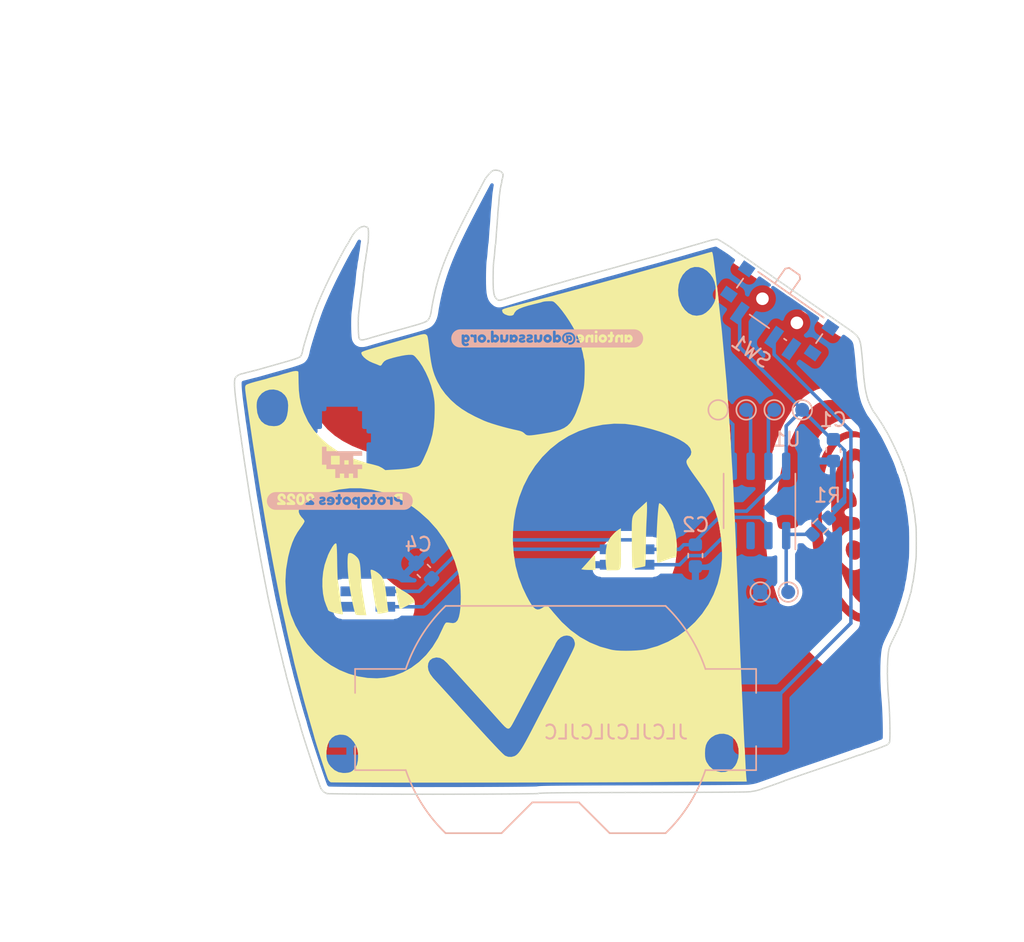
<source format=kicad_pcb>
(kicad_pcb (version 20211014) (generator pcbnew)
  (layers (0 "F.Cu" signal) (31 "B.Cu" signal) (34 "B.Paste" user) (35 "F.Paste" user) (36 "B.SilkS" user "B.Silkscreen") (37 "F.SilkS" user "F.Silkscreen") (38 "B.Mask" user) (39 "F.Mask" user) (44 "Edge.Cuts" user))
  (net 0 "")
  (net 1 "/LED")
  (net 2 "/MISO")
  (net 4 "+3V3")
  (net 5 "/CLK")
  (net 6 "/MOSI")
  (net 7 "Net-(D1-Pad1)")
  (net 8 "/RST")
  (net 10 "GND")
  (net 11 "VBAT")
  (footprint "spectre:satan" (layer "F.Cu") (at 84 61)
    (fp_text reference "REF**" hide)
    (fp_text value "satan" hide)
    (fp_line (start -22.140088 -7.647091) (end -22.163163 -7.811868) (layer "Edge.Cuts") (width 0.1))
    (fp_line (start -19.103439 8.823698) (end -19.137531 8.685059) (layer "Edge.Cuts") (width 0.1))
    (fp_line (start -3.568841 -24.597587) (end -3.588502 -24.470805) (layer "Edge.Cuts") (width 0.1))
    (fp_line (start -13.00415 -20.837613) (end -13.025597 -20.701424) (layer "Edge.Cuts") (width 0.1))
    (fp_line (start -20.138134 4.304951) (end -20.177619 4.104867) (layer "Edge.Cuts") (width 0.1))
    (fp_line (start 25.662278 4.333319) (end 25.63559 4.43813) (layer "Edge.Cuts") (width 0.1))
    (fp_line (start 10.960895 -20.948795) (end 11.195446 -21.018998) (layer "Edge.Cuts") (width 0.1))
    (fp_line (start 6.601362 -19.710842) (end 6.992444 -19.817918) (layer "Edge.Cuts") (width 0.1))
    (fp_line (start -12.634724 18.419856) (end -13.249088 18.417024) (layer "Edge.Cuts") (width 0.1))
    (fp_line (start 25.185719 -4.945756) (end 25.196865 -4.929241) (layer "Edge.Cuts") (width 0.1))
    (fp_line (start 25.164298 5.863637) (end 25.098927 6.0401) (layer "Edge.Cuts") (width 0.1))
    (fp_line (start -9.323325 -15.125189) (end -9.121404 -15.190868) (layer "Edge.Cuts") (width 0.1))
    (fp_line (start -13.554286 -16.772275) (end -13.573452 -16.600166) (layer "Edge.Cuts") (width 0.1))
    (fp_line (start 25.424811 5.104822) (end 25.334208 5.375223) (layer "Edge.Cuts") (width 0.1))
    (fp_line (start 1.462598 18.319855) (end 0.933763 18.323839) (layer "Edge.Cuts") (width 0.1))
    (fp_line (start -0.795952 18.367269) (end -0.805019 18.371863) (layer "Edge.Cuts") (width 0.1))
    (fp_line (start -2.890906 18.410025) (end -3.455827 18.413712) (layer "Edge.Cuts") (width 0.1))
    (fp_line (start -21.174123 -1.324987) (end -21.206484 -1.520337) (layer "Edge.Cuts") (width 0.1))
    (fp_line (start -11.293512 18.424076) (end -11.980648 18.422206) (layer "Edge.Cuts") (width 0.1))
    (fp_line (start 22.458761 -10.778254) (end 22.494849 -10.527011) (layer "Edge.Cuts") (width 0.1))
    (fp_line (start -4.022645 -17.412778) (end -3.985412 -17.218789) (layer "Edge.Cuts") (width 0.1))
    (fp_line (start 6.436648 18.304611) (end 5.376804 18.306273) (layer "Edge.Cuts") (width 0.1))
    (fp_line (start 23.796768 -7.823923) (end 23.833049 -7.757623) (layer "Edge.Cuts") (width 0.1))
    (fp_line (start 10.534227 -20.825094) (end 10.60905 -20.845612) (layer "Edge.Cuts") (width 0.1))
    (fp_line (start -13.195258 -19.539525) (end -13.210535 -19.476001) (layer "Edge.Cuts") (width 0.1))
    (fp_line (start -21.090773 -11.804251) (end -21.00555 -11.825444) (layer "Edge.Cuts") (width 0.1))
    (fp_line (start -18.982831 9.33419) (end -19.021529 9.177893) (layer "Edge.Cuts") (width 0.1))
    (fp_line (start -0.621062 18.351781) (end -0.737153 18.359186) (layer "Edge.Cuts") (width 0.1))
    (fp_line (start 21.80655 15.719378) (end 21.644965 15.776882) (layer "Edge.Cuts") (width 0.1))
    (fp_line (start 14.437087 -19.519954) (end 14.520241 -19.45983) (layer "Edge.Cuts") (width 0.1))
    (fp_line (start -20.666558 1.537134) (end -20.715004 1.26762) (layer "Edge.Cuts") (width 0.1))
    (fp_line (start 20.764683 16.083005) (end 20.375385 16.217183) (layer "Edge.Cuts") (width 0.1))
    (fp_line (start -20.581494 2.006255) (end -20.616265 1.820449) (layer "Edge.Cuts") (width 0.1))
    (fp_line (start 23.958013 -7.543919) (end 24.04647 -7.397548) (layer "Edge.Cuts") (width 0.1))
    (fp_line (start -17.833823 -12.789282) (end -17.763591 -12.874661) (layer "Edge.Cuts") (width 0.1))
    (fp_line (start -17.440702 -14.01161) (end -17.335568 -14.354862) (layer "Edge.Cuts") (width 0.1))
    (fp_line (start 4.347516 -19.082185) (end 4.564621 -19.142423) (layer "Edge.Cuts") (width 0.1))
    (fp_line (start -3.604954 -24.352561) (end -3.620359 -24.19343) (layer "Edge.Cuts") (width 0.1))
    (fp_line (start -8.136 -17.723024) (end -8.090953 -17.892258) (layer "Edge.Cuts") (width 0.1))
    (fp_line (start 14.293285 -19.620205) (end 14.437087 -19.519954) (layer "Edge.Cuts") (width 0.1))
    (fp_line (start 25.883298 -2.392025) (end 25.903167 -2.286538) (layer "Edge.Cuts") (width 0.1))
    (fp_line (start 24.16533 -7.178522) (end 24.305334 -6.906168) (layer "Edge.Cuts") (width 0.1))
    (fp_line (start -19.896846 5.4036) (end -19.962652 5.120451) (layer "Edge.Cuts") (width 0.1))
    (fp_line (start -18.770898 10.175419) (end -18.813589 10.009614) (layer "Edge.Cuts") (width 0.1))
    (fp_line (start -5.404634 18.42207) (end -6.116741 18.423946) (layer "Edge.Cuts") (width 0.1))
    (fp_line (start -12.9795 -20.936571) (end -12.986687 -20.9048) (layer "Edge.Cuts") (width 0.1))
    (fp_line (start -19.546087 6.972153) (end -19.634587 6.58222) (layer "Edge.Cuts") (width 0.1))
    (fp_line (start -21.990729 -6.59502) (end -22.013308 -6.748414) (layer "Edge.Cuts") (width 0.1))
    (fp_line (start -3.636884 -23.995133) (end -3.640992 -23.941143) (layer "Edge.Cuts") (width 0.1))
    (fp_line (start 10.28484 -20.755279) (end 10.443172 -20.800352) (layer "Edge.Cuts") (width 0.1))
    (fp_line (start -14.793543 -20.239503) (end -14.663945 -20.474728) (layer "Edge.Cuts") (width 0.1))
    (fp_line (start -17.048287 16.006327) (end -17.185616 15.589266) (layer "Edge.Cuts") (width 0.1))
    (fp_line (start -15.274011 -19.332615) (end -15.105446 -19.65555) (layer "Edge.Cuts") (width 0.1))
    (fp_line (start 22.623289 15.436259) (end 22.609227 15.439707) (layer "Edge.Cuts") (width 0.1))
    (fp_line (start 25.003711 6.257336) (end 24.984535 6.323543) (layer "Edge.Cuts") (width 0.1))
    (fp_line (start 17.429954 -17.448382) (end 17.611551 -17.324859) (layer "Edge.Cuts") (width 0.1))
    (fp_line (start 25.204729 -4.835795) (end 25.234227 -4.791469) (layer "Edge.Cuts") (width 0.1))
    (fp_line (start 26.072033 2.045112) (end 26.059747 2.173441) (layer "Edge.Cuts") (width 0.1))
    (fp_line (start -22.08468 -11.554858) (end -21.965855 -11.582498) (layer "Edge.Cuts") (width 0.1))
    (fp_line (start -19.749404 6.058615) (end -19.809794 5.786211) (layer "Edge.Cuts") (width 0.1))
    (fp_line (start -15.105446 -19.65555) (end -14.943 -19.962145) (layer "Edge.Cuts") (width 0.1))
    (fp_line (start 22.352737 -11.835646) (end 22.360103 -11.730128) (layer "Edge.Cuts") (width 0.1))
    (fp_line (start 4.413675 18.308245) (end 3.543975 18.31056) (layer "Edge.Cuts") (width 0.1))
    (fp_line (start 22.834435 -9.362761) (end 22.927277 -9.169906) (layer "Edge.Cuts") (width 0.1))
    (fp_line (start -20.398161 -11.994581) (end -20.390773 -11.996701) (layer "Edge.Cuts") (width 0.1))
    (fp_line (start 25.817232 3.691949) (end 25.811211 3.725296) (layer "Edge.Cuts") (width 0.1))
    (fp_line (start 25.773449 3.966291) (end 25.738775 4.063998) (layer "Edge.Cuts") (width 0.1))
    (fp_line (start 8.002471 18.30168) (end 7.170005 18.303436) (layer "Edge.Cuts") (width 0.1))
    (fp_line (start -22.496655 -10.444173) (end -22.512523 -10.690457) (layer "Edge.Cuts") (width 0.1))
    (fp_line (start 25.5349 -3.840385) (end 25.558053 -3.767986) (layer "Edge.Cuts") (width 0.1))
    (fp_line (start 22.060284 -14.055942) (end 22.153183 -13.77304) (layer "Edge.Cuts") (width 0.1))
    (fp_line (start -13.044422 -20.543554) (end -13.063809 -20.373923) (layer "Edge.Cuts") (width 0.1))
    (fp_line (start -21.003934 -0.31658) (end -21.020734 -0.412028) (layer "Edge.Cuts") (width 0.1))
    (fp_line (start -9.121404 -15.190868) (end -8.969348 -15.247704) (layer "Edge.Cuts") (width 0.1))
    (fp_line (start -21.458306 -3.045329) (end -21.501297 -3.323345) (layer "Edge.Cuts") (width 0.1))
    (fp_line (start 23.395163 15.16888) (end 23.156756 15.256476) (layer "Edge.Cuts") (width 0.1))
    (fp_line (start -9.584417 -15.047103) (end -9.323325 -15.125189) (layer "Edge.Cuts") (width 0.1))
    (fp_line (start -13.626776 -14.122337) (end -13.570316 -14.034777) (layer "Edge.Cuts") (width 0.1))
    (fp_line (start 0.014445 -17.877083) (end 0.250676 -17.943863) (layer "Edge.Cuts") (width 0.1))
    (fp_line (start -10.815773 -14.702746) (end -10.321335 -14.839446) (layer "Edge.Cuts") (width 0.1))
    (fp_line (start 19.956139 16.361232) (end 19.517735 16.511429) (layer "Edge.Cuts") (width 0.1))
    (fp_line (start -3.874648 -26.10838) (end -3.857468 -26.108432) (layer "Edge.Cuts") (width 0.1))
    (fp_line (start 21.040931 -14.949581) (end 21.271829 -14.789013) (layer "Edge.Cuts") (width 0.1))
    (fp_line (start 25.269133 -4.730883) (end 25.259227 -4.716321) (layer "Edge.Cuts") (width 0.1))
    (fp_line (start 26.00701 2.599279) (end 25.985262 2.727718) (layer "Edge.Cuts") (width 0.1))
    (fp_line (start 24.588079 7.158537) (end 24.442821 7.451566) (layer "Edge.Cuts") (width 0.1))
    (fp_line (start 10.074943 -20.694605) (end 10.28484 -20.755279) (layer "Edge.Cuts") (width 0.1))
    (fp_line (start -13.341109 -18.488131) (end -13.341893 -18.477689) (layer "Edge.Cuts") (width 0.1))
    (fp_line (start -19.234007 8.292862) (end -19.338874 7.856976) (layer "Edge.Cuts") (width 0.1))
    (fp_line (start 19.842495 -15.763067) (end 19.935633 -15.703265) (layer "Edge.Cuts") (width 0.1))
    (fp_line (start -13.67726 -14.749606) (end -13.667968 -14.498323) (layer "Edge.Cuts") (width 0.1))
    (fp_line (start -3.93185 -17.073896) (end -3.859659 -16.965389) (layer "Edge.Cuts") (width 0.1))
    (fp_line (start 24.11421 10.941012) (end 24.153776 11.487148) (layer "Edge.Cuts") (width 0.1))
    (fp_line (start -16.201514 -17.425052) (end -15.991675 -17.882943) (layer "Edge.Cuts") (width 0.1))
    (fp_line (start -20.022443 4.852915) (end -20.086913 4.552757) (layer "Edge.Cuts") (width 0.1))
    (fp_line (start -21.631715 -4.176696) (end -21.672768 -4.44427) (layer "Edge.Cuts") (width 0.1))
    (fp_line (start -13.263352 -19.074942) (end -13.283657 -18.947473) (layer "Edge.Cuts") (width 0.1))
    (fp_line (start 15.659128 17.861981) (end 15.212557 18.019509) (layer "Edge.Cuts") (width 0.1))
    (fp_line (start -13.444567 -17.576549) (end -13.473696 -17.361181) (layer "Edge.Cuts") (width 0.1))
    (fp_line (start -15.991675 -17.882943) (end -15.778644 -18.331169) (layer "Edge.Cuts") (width 0.1))
    (fp_line (start -7.223752 -20.329342) (end -7.016414 -20.794886) (layer "Edge.Cuts") (width 0.1))
    (fp_line (start -20.228513 3.844235) (end -20.287388 3.540864) (layer "Edge.Cuts") (width 0.1))
    (fp_line (start 22.153183 -13.77304) (end 22.154854 -13.763746) (layer "Edge.Cuts") (width 0.1))
    (fp_line (start 23.156756 15.256476) (end 22.933953 15.3357) (layer "Edge.Cuts") (width 0.1))
    (fp_line (start -16.397276 -16.982056) (end -16.201514 -17.425052) (layer "Edge.Cuts") (width 0.1))
    (fp_line (start -3.643159 -26.075653) (end -3.473921 -25.986385) (layer "Edge.Cuts") (width 0.1))
    (fp_line (start 26.111305 -0.75853) (end 26.120905 -0.661934) (layer "Edge.Cuts") (width 0.1))
    (fp_line (start -21.515119 -3.413757) (end -21.579878 -3.837816) (layer "Edge.Cuts") (width 0.1))
    (fp_line (start 14.103958 -19.750093) (end 14.293285 -19.620205) (layer "Edge.Cuts") (width 0.1))
    (fp_line (start 22.692085 -9.701928) (end 22.692356 -9.701134) (layer "Edge.Cuts") (width 0.1))
    (fp_line (start 11.00079 18.291137) (end 10.313096 18.294231) (layer "Edge.Cuts") (width 0.1))
    (fp_line (start -15.492367 18.395537) (end -15.728745 18.389756) (layer "Edge.Cuts") (width 0.1))
    (fp_line (start 16.719467 17.474298) (end 16.709227 17.478696) (layer "Edge.Cuts") (width 0.1))
    (fp_line (start -16.463098 17.72315) (end -16.552865 17.470667) (layer "Edge.Cuts") (width 0.1))
    (fp_line (start -21.913308 -6.047034) (end -21.937937 -6.223606) (layer "Edge.Cuts") (width 0.1))
    (fp_line (start -6.782337 -21.296658) (end -6.518223 -21.841887) (layer "Edge.Cuts") (width 0.1))
    (fp_line (start 12.750568 -20.694193) (end 12.944731 -20.564751) (layer "Edge.Cuts") (width 0.1))
    (fp_line (start 26.115941 1.671253) (end 26.09473 1.836994) (layer "Edge.Cuts") (width 0.1))
    (fp_line (start -21.251689 -1.802658) (end -21.282044 -1.985965) (layer "Edge.Cuts") (width 0.1))
    (fp_line (start 13.398678 -20.230964) (end 13.567769 -20.114259) (layer "Edge.Cuts") (width 0.1))
    (fp_line (start 22.509227 15.480777) (end 22.431198 15.514235) (layer "Edge.Cuts") (width 0.1))
    (fp_line (start 6.274987 -19.621217) (end 6.601362 -19.710842) (layer "Edge.Cuts") (width 0.1))
    (fp_line (start -13.081126 -22.048973) (end -13.04432 -22.024243) (layer "Edge.Cuts") (width 0.1))
    (fp_line (start 25.837771 -2.639594) (end 25.857742 -2.537031) (layer "Edge.Cuts") (width 0.1))
    (fp_line (start -3.588502 -24.470805) (end -3.593547 -24.442129) (layer "Edge.Cuts") (width 0.1))
    (fp_line (start 14.035556 18.264508) (end 13.835172 18.268601) (layer "Edge.Cuts") (width 0.1))
    (fp_line (start -22.512523 -10.690457) (end -22.515773 -10.811517) (layer "Edge.Cuts") (width 0.1))
    (fp_line (start -22.320693 -8.955473) (end -22.36088 -9.25329) (layer "Edge.Cuts") (width 0.1))
    (fp_line (start 25.135907 -5.05049) (end 25.185719 -4.945756) (layer "Edge.Cuts") (width 0.1))
    (fp_line (start -13.676178 -15.564516) (end -13.681628 -15.304453) (layer "Edge.Cuts") (width 0.1))
    (fp_line (start -12.960425 -21.231451) (end -12.969019 -21.053253) (layer "Edge.Cuts") (width 0.1))
    (fp_line (start -0.846896 -17.625573) (end -0.620482 -17.692106) (layer "Edge.Cuts") (width 0.1))
    (fp_line (start -3.824582 -21.632739) (end -3.840717 -21.386586) (layer "Edge.Cuts") (width 0.1))
    (fp_line (start 24.150461 8.305746) (end 24.136416 8.417883) (layer "Edge.Cuts") (width 0.1))
    (fp_line (start -13.570316 -14.034777) (end -13.483328 -13.992042) (layer "Edge.Cuts") (width 0.1))
    (fp_line (start -3.390778 -25.520685) (end -3.398915 -25.494724) (layer "Edge.Cuts") (width 0.1))
    (fp_line (start 10.60905 -20.845612) (end 10.758352 -20.888923) (layer "Edge.Cuts") (width 0.1))
    (fp_line (start 26.075743 -1.018046) (end 26.096319 -0.850411) (layer "Edge.Cuts") (width 0.1))
    (fp_line (start -8.443925 -16.255525) (end -8.378649 -16.61514) (layer "Edge.Cuts") (width 0.1))
    (fp_line (start -21.501297 -3.323345) (end -21.515119 -3.413757) (layer "Edge.Cuts") (width 0.1))
    (fp_line (start 26.134581 -0.243103) (end 26.138586 0.041679) (layer "Edge.Cuts") (width 0.1))
    (fp_line (start 4.822331 -19.21469) (end 5.009227 -19.267495) (layer "Edge.Cuts") (width 0.1))
    (fp_line (start 2.071721 18.316334) (end 1.462598 18.319855) (layer "Edge.Cuts") (width 0.1))
    (fp_line (start -22.257885 -8.480988) (end -22.285381 -8.69068) (layer "Edge.Cuts") (width 0.1))
    (fp_line (start -21.964826 -6.418313) (end -21.988287 -6.579042) (layer "Edge.Cuts") (width 0.1))
    (fp_line (start -18.813589 10.009614) (end -18.83622 9.912475) (layer "Edge.Cuts") (width 0.1))
    (fp_line (start 9.091078 -20.409956) (end 9.313951 -20.473377) (layer "Edge.Cuts") (width 0.1))
    (fp_line (start -21.060745 -0.652441) (end -21.091553 -0.836129) (layer "Edge.Cuts") (width 0.1))
    (fp_line (start 11.853699 -21.176334) (end 11.940569 -21.17876) (layer "Edge.Cuts") (width 0.1))
    (fp_line (start 18.570423 -16.657063) (end 18.866311 -16.451928) (layer "Edge.Cuts") (width 0.1))
    (fp_line (start -14.279222 -21.133326) (end -14.263351 -21.16458) (layer "Edge.Cuts") (width 0.1))
    (fp_line (start -14.663945 -20.474728) (end -14.561073 -20.654924) (layer "Edge.Cuts") (width 0.1))
    (fp_line (start -7.571405 -19.478042) (end -7.40765 -19.892803) (layer "Edge.Cuts") (width 0.1))
    (fp_line (start -14.467621 -20.797978) (end -14.43126 -20.851909) (layer "Edge.Cuts") (width 0.1))
    (fp_line (start 13.208844 -20.373566) (end 13.234227 -20.349608) (layer "Edge.Cuts") (width 0.1))
    (fp_line (start -18.07222 12.709917) (end -18.171119 12.364114) (layer "Edge.Cuts") (width 0.1))
    (fp_line (start -8.857853 -15.299262) (end -8.777611 -15.349107) (layer "Edge.Cuts") (width 0.1))
    (fp_line (start -17.320088 15.176866) (end -17.44758 14.781652) (layer "Edge.Cuts") (width 0.1))
    (fp_line (start -8.554578 -15.691092) (end -8.503233 -15.878187) (layer "Edge.Cuts") (width 0.1))
    (fp_line (start -16.749931 -16.112945) (end -16.703031 -16.239004) (layer "Edge.Cuts") (width 0.1))
    (fp_line (start 14.967016 18.105851) (end 14.65531 18.18995) (layer "Edge.Cuts") (width 0.1))
    (fp_line (start 14.142016 18.260412) (end 14.035556 18.264508) (layer "Edge.Cuts") (width 0.1))
    (fp_line (start 8.234227 -20.166547) (end 8.469532 -20.235162) (layer "Edge.Cuts") (width 0.1))
    (fp_line (start 14.65531 18.18995) (end 14.288773 18.247223) (layer "Edge.Cuts") (width 0.1))
    (fp_line (start -20.086913 4.552757) (end -20.113485 4.426677) (layer "Edge.Cuts") (width 0.1))
    (fp_line (start 14.867788 -19.212526) (end 15.074638 -19.071483) (layer "Edge.Cuts") (width 0.1))
    (fp_line (start 12.01597 -21.145294) (end 12.154217 -21.067575) (layer "Edge.Cuts") (width 0.1))
    (fp_line (start 10.313096 18.294231) (end 9.580094 18.297042) (layer "Edge.Cuts") (width 0.1))
    (fp_line (start -0.620482 -17.692106) (end -0.540773 -17.715632) (layer "Edge.Cuts") (width 0.1))
    (fp_line (start -13.25663 -22.098983) (end -13.081126 -22.048973) (layer "Edge.Cuts") (width 0.1))
    (fp_line (start -3.473921 -25.986385) (end -3.371536 -25.854232) (layer "Edge.Cuts") (width 0.1))
    (fp_line (start 24.336356 7.676358) (end 24.261286 7.853543) (layer "Edge.Cuts") (width 0.1))
    (fp_line (start -3.398915 -25.494724) (end -3.433804 -25.376765) (layer "Edge.Cuts") (width 0.1))
    (fp_line (start -13.533698 -16.920913) (end -13.539218 -16.885662) (layer "Edge.Cuts") (width 0.1))
    (fp_line (start 8.934227 -20.366367) (end 9.091078 -20.409956) (layer "Edge.Cuts") (width 0.1))
    (fp_line (start -22.208103 -8.097752) (end -22.2313 -8.269156) (layer "Edge.Cuts") (width 0.1))
    (fp_line (start 24.207942 12.224905) (end 24.226506 12.600263) (layer "Edge.Cuts") (width 0.1))
    (fp_line (start -21.381306 -2.571474) (end -21.420709 -2.809555) (layer "Edge.Cuts") (width 0.1))
    (fp_line (start 21.622833 -14.54027) (end 21.886709 -14.307001) (layer "Edge.Cuts") (width 0.1))
    (fp_line (start -13.8705 -21.750071) (end -13.660236 -21.943242) (layer "Edge.Cuts") (width 0.1))
    (fp_line (start 12.215945 18.284242) (end 11.637098 18.287796) (layer "Edge.Cuts") (width 0.1))
    (fp_line (start 16.167788 -18.310751) (end 16.374638 -18.169708) (layer "Edge.Cuts") (width 0.1))
    (fp_line (start -15.747735 -18.394722) (end -15.602025 -18.689305) (layer "Edge.Cuts") (width 0.1))
    (fp_line (start -3.886085 -20.819006) (end -3.891501 -20.796798) (layer "Edge.Cuts") (width 0.1))
    (fp_line (start 0.534227 -18.019662) (end 0.614142 -18.040905) (layer "Edge.Cuts") (width 0.1))
    (fp_line (start 25.084838 -5.192258) (end 25.135907 -5.05049) (layer "Edge.Cuts") (width 0.1))
    (fp_line (start 19.553815 -15.976177) (end 19.675301 -15.889043) (layer "Edge.Cuts") (width 0.1))
    (fp_line (start -3.671189 -16.824777) (end -3.601952 -16.819956) (layer "Edge.Cuts") (width 0.1))
    (fp_line (start 18.209227 16.95707) (end 17.849876 17.079257) (layer "Edge.Cuts") (width 0.1))
    (fp_line (start -21.888288 -5.877665) (end -21.890729 -5.893639) (layer "Edge.Cuts") (width 0.1))
    (fp_line (start -3.917762 -20.600507) (end -3.934113 -20.411451) (layer "Edge.Cuts") (width 0.1))
    (fp_line (start -4.057341 -17.998893) (end -4.045854 -17.668576) (layer "Edge.Cuts") (width 0.1))
    (fp_line (start 25.098927 6.0401) (end 25.055904 6.143702) (layer "Edge.Cuts") (width 0.1))
    (fp_line (start 25.985262 2.727718) (end 25.962543 2.896698) (layer "Edge.Cuts") (width 0.1))
    (fp_line (start -17.335568 -14.354862) (end -17.219152 -14.723839) (layer "Edge.Cuts") (width 0.1))
    (fp_line (start -8.300844 -17.002523) (end -8.217598 -17.383283) (layer "Edge.Cuts") (width 0.1))
    (fp_line (start -3.840717 -21.386586) (end -3.845812 -21.300794) (layer "Edge.Cuts") (width 0.1))
    (fp_line (start -22.064826 -7.119693) (end -22.088287 -7.280422) (layer "Edge.Cuts") (width 0.1))
    (fp_line (start -3.442046 -25.306854) (end -3.441199 -25.264833) (layer "Edge.Cuts") (width 0.1))
    (fp_line (start 17.234227 -17.574596) (end 17.299008 -17.535133) (layer "Edge.Cuts") (width 0.1))
    (fp_line (start 1.759227 -18.370071) (end 1.939391 -18.419344) (layer "Edge.Cuts") (width 0.1))
    (fp_line (start -21.00555 -11.825444) (end -20.846734 -11.868347) (layer "Edge.Cuts") (width 0.1))
    (fp_line (start 26.120905 -0.661934) (end 26.128675 -0.483883) (layer "Edge.Cuts") (width 0.1))
    (fp_line (start 24.998416 -5.42084) (end 25.070826 -5.234338) (layer "Edge.Cuts") (width 0.1))
    (fp_line (start 10.758352 -20.888923) (end 10.960895 -20.948795) (layer "Edge.Cuts") (width 0.1))
    (fp_line (start -14.263351 -21.16458) (end -14.074512 -21.48842) (layer "Edge.Cuts") (width 0.1))
    (fp_line (start 4.109227 -19.018316) (end 4.189543 -19.039106) (layer "Edge.Cuts") (width 0.1))
    (fp_line (start 26.041517 -1.371074) (end 26.05699 -1.209418) (layer "Edge.Cuts") (width 0.1))
    (fp_line (start -20.390773 -11.996701) (end -20.137587 -12.069065) (layer "Edge.Cuts") (width 0.1))
    (fp_line (start -21.940729 -6.244329) (end -21.964826 -6.418313) (layer "Edge.Cuts") (width 0.1))
    (fp_line (start 8.707611 -20.303256) (end 8.90369 -20.358048) (layer "Edge.Cuts") (width 0.1))
    (fp_line (start 25.221264 -4.87556) (end 25.209227 -4.866617) (layer "Edge.Cuts") (width 0.1))
    (fp_line (start -21.099094 -11.802505) (end -21.090773 -11.804251) (layer "Edge.Cuts") (width 0.1))
    (fp_line (start -0.805019 18.371863) (end -0.856229 18.37862) (layer "Edge.Cuts") (width 0.1))
    (fp_line (start -21.127656 -1.049722) (end -21.137761 -1.109221) (layer "Edge.Cuts") (width 0.1))
    (fp_line (start 10.443172 -20.800352) (end 10.529193 -20.823873) (layer "Edge.Cuts") (width 0.1))
    (fp_line (start -17.563969 14.416148) (end -17.665132 14.09288) (layer "Edge.Cuts") (width 0.1))
    (fp_line (start 24.175737 8.147607) (end 24.150461 8.305746) (layer "Edge.Cuts") (width 0.1))
    (fp_line (start -21.752596 -4.957911) (end -21.765959 -5.041962) (layer "Edge.Cuts") (width 0.1))
    (fp_line (start 21.886709 -14.307001) (end 22.060284 -14.055942) (layer "Edge.Cuts") (width 0.1))
    (fp_line (start 25.253119 -4.686049) (end 25.277109 -4.649766) (layer "Edge.Cuts") (width 0.1))
    (fp_line (start -13.667968 -14.498323) (end -13.654285 -14.293466) (layer "Edge.Cuts") (width 0.1))
    (fp_line (start 12.541063 -20.829496) (end 12.750568 -20.694193) (layer "Edge.Cuts") (width 0.1))
    (fp_line (start 4.189543 -19.039106) (end 4.347516 -19.082185) (layer "Edge.Cuts") (width 0.1))
    (fp_line (start -8.217598 -17.383283) (end -8.136 -17.723024) (layer "Edge.Cuts") (width 0.1))
    (fp_line (start 15.074638 -19.071483) (end 15.184227 -18.997352) (layer "Edge.Cuts") (width 0.1))
    (fp_line (start -17.185616 15.589266) (end -17.320088 15.176866) (layer "Edge.Cuts") (width 0.1))
    (fp_line (start 17.828285 -17.175085) (end 17.984227 -17.066129) (layer "Edge.Cuts") (width 0.1))
    (fp_line (start 25.234227 -4.791469) (end 25.269133 -4.730883) (layer "Edge.Cuts") (width 0.1))
    (fp_line (start -3.934113 -20.411451) (end -3.942776 -20.293983) (layer "Edge.Cuts") (width 0.1))
    (fp_line (start -13.573452 -16.600166) (end -13.589158 -16.442159) (layer "Edge.Cuts") (width 0.1))
    (fp_line (start 25.070826 -5.234338) (end 25.084838 -5.192258) (layer "Edge.Cuts") (width 0.1))
    (fp_line (start -17.096917 -15.101339) (end -16.974326 -15.470158) (layer "Edge.Cuts") (width 0.1))
    (fp_line (start 22.431198 15.514235) (end 22.298544 15.561622) (layer "Edge.Cuts") (width 0.1))
    (fp_line (start -22.241143 -8.348471) (end -22.257885 -8.480988) (layer "Edge.Cuts") (width 0.1))
    (fp_line (start 22.375978 -11.522994) (end 22.393092 -11.335661) (layer "Edge.Cuts") (width 0.1))
    (fp_line (start -21.765959 -5.041962) (end -21.797612 -5.24583) (layer "Edge.Cuts") (width 0.1))
    (fp_line (start -2.510067 -17.136653) (end -2.190728 -17.232025) (layer "Edge.Cuts") (width 0.1))
    (fp_line (start 5.009227 -19.267495) (end 5.271132 -19.34159) (layer "Edge.Cuts") (width 0.1))
    (fp_line (start 17.299008 -17.535133) (end 17.429954 -17.448382) (layer "Edge.Cuts") (width 0.1))
    (fp_line (start 25.738775 4.063998) (end 25.738483 4.06477) (layer "Edge.Cuts") (width 0.1))
    (fp_line (start 25.956561 2.948767) (end 25.935784 3.105925) (layer "Edge.Cuts") (width 0.1))
    (fp_line (start -22.502254 -11.159508) (end -22.475034 -11.251429) (layer "Edge.Cuts") (width 0.1))
    (fp_line (start -4.562353 -25.575162) (end -4.451032 -25.712067) (layer "Edge.Cuts") (width 0.1))
    (fp_line (start -3.35448 -25.794317) (end -3.358247 -25.673453) (layer "Edge.Cuts") (width 0.1))
    (fp_line (start -17.63378 -13.308235) (end -17.595272 -13.471093) (layer "Edge.Cuts") (width 0.1))
    (fp_line (start 19.184227 -16.232912) (end 19.384603 -16.09471) (layer "Edge.Cuts") (width 0.1))
    (fp_line (start -16.781552 16.804328) (end -16.912225 16.415523) (layer "Edge.Cuts") (width 0.1))
    (fp_line (start -7.594792 18.426318) (end -8.347432 18.426808) (layer "Edge.Cuts") (width 0.1))
    (fp_line (start 23.016676 -8.997796) (end 23.089152 -8.87382) (layer "Edge.Cuts") (width 0.1))
    (fp_line (start 16.374638 -18.169708) (end 16.484227 -18.095577) (layer "Edge.Cuts") (width 0.1))
    (fp_line (start -19.863443 5.5482) (end -19.896846 5.4036) (layer "Edge.Cuts") (width 0.1))
    (fp_line (start -3.120637 -16.949329) (end -3.015773 -16.982267) (layer "Edge.Cuts") (width 0.1))
    (fp_line (start 25.655866 -3.431241) (end 25.677391 -3.332071) (layer "Edge.Cuts") (width 0.1))
    (fp_line (start 25.921317 -2.178356) (end 25.944533 -2.018472) (layer "Edge.Cuts") (width 0.1))
    (fp_line (start 14.288773 18.247223) (end 14.142016 18.260412) (layer "Edge.Cuts") (width 0.1))
    (fp_line (start -3.857468 -26.108432) (end -3.643159 -26.075653) (layer "Edge.Cuts") (width 0.1))
    (fp_line (start -19.962652 5.120451) (end -20.022443 4.852915) (layer "Edge.Cuts") (width 0.1))
    (fp_line (start -21.206484 -1.520337) (end -21.229156 -1.660851) (layer "Edge.Cuts") (width 0.1))
    (fp_line (start 5.51139 -19.409229) (end 5.747272 -19.475192) (layer "Edge.Cuts") (width 0.1))
    (fp_line (start -10.57997 18.425468) (end -11.293512 18.424076) (layer "Edge.Cuts") (width 0.1))
    (fp_line (start 22.360103 -11.730128) (end 22.375978 -11.522994) (layer "Edge.Cuts") (width 0.1))
    (fp_line (start 19.935633 -15.703265) (end 20.093903 -15.597703) (layer "Edge.Cuts") (width 0.1))
    (fp_line (start -13.142649 -19.869396) (end -13.163753 -19.705294) (layer "Edge.Cuts") (width 0.1))
    (fp_line (start 5.271132 -19.34159) (end 5.51139 -19.409229) (layer "Edge.Cuts") (width 0.1))
    (fp_line (start 16.484227 -18.095577) (end 16.70401 -17.946315) (layer "Edge.Cuts") (width 0.1))
    (fp_line (start 24.04647 -7.397548) (end 24.16533 -7.178522) (layer "Edge.Cuts") (width 0.1))
    (fp_line (start -22.475034 -11.251429) (end -22.425 -11.325) (layer "Edge.Cuts") (width 0.1))
    (fp_line (start -20.636785 -11.926784) (end -20.398161 -11.994581) (layer "Edge.Cuts") (width 0.1))
    (fp_line (start -12.999932 -21.979448) (end -12.972165 -21.91267) (layer "Edge.Cuts") (width 0.1))
    (fp_line (start -3.506424 -24.987282) (end -3.539969 -24.801093) (layer "Edge.Cuts") (width 0.1))
    (fp_line (start -22.163163 -7.811868) (end -22.185726 -7.955727) (layer "Edge.Cuts") (width 0.1))
    (fp_line (start -7.40765 -19.892803) (end -7.223752 -20.329342) (layer "Edge.Cuts") (width 0.1))
    (fp_line (start -5.095442 -24.601876) (end -4.631676 -25.472771) (layer "Edge.Cuts") (width 0.1))
    (fp_line (start -11.980648 18.422206) (end -12.634724 18.419856) (layer "Edge.Cuts") (width 0.1))
    (fp_line (start 24.611734 -6.278773) (end 24.75961 -5.962382) (layer "Edge.Cuts") (width 0.1))
    (fp_line (start -19.021529 9.177893) (end -19.036656 9.110898) (layer "Edge.Cuts") (width 0.1))
    (fp_line (start -3.444757 -25.311459) (end -3.442046 -25.306854) (layer "Edge.Cuts") (width 0.1))
    (fp_line (start -15.778644 -18.331169) (end -15.747735 -18.394722) (layer "Edge.Cuts") (width 0.1))
    (fp_line (start -20.846734 -11.868347) (end -20.636785 -11.926784) (layer "Edge.Cuts") (width 0.1))
    (fp_line (start 15.998688 -18.427552) (end 16.167788 -18.310751) (layer "Edge.Cuts") (width 0.1))
    (fp_line (start 12.731252 18.280511) (end 12.215945 18.284242) (layer "Edge.Cuts") (width 0.1))
    (fp_line (start -13.283657 -18.947473) (end -13.293728 -18.903527) (layer "Edge.Cuts") (width 0.1))
    (fp_line (start 17.984227 -17.066129) (end 18.265782 -16.869165) (layer "Edge.Cuts") (width 0.1))
    (fp_line (start -21.705174 -4.654414) (end -21.731071 -4.821003) (layer "Edge.Cuts") (width 0.1))
    (fp_line (start 24.160904 11.56573) (end 24.185969 11.875074) (layer "Edge.Cuts") (width 0.1))
    (fp_line (start 25.86372 3.433227) (end 25.844362 3.541308) (layer "Edge.Cuts") (width 0.1))
    (fp_line (start 26.019986 2.521682) (end 26.00701 2.599279) (layer "Edge.Cuts") (width 0.1))
    (fp_line (start -21.020734 -0.412028) (end -21.033131 -0.485017) (layer "Edge.Cuts") (width 0.1))
    (fp_line (start -21.965855 -11.582498) (end -21.787159 -11.627071) (layer "Edge.Cuts") (width 0.1))
    (fp_line (start -6.220774 -22.437797) (end -5.886693 -23.091615) (layer "Edge.Cuts") (width 0.1))
    (fp_line (start -4.059408 -18.416443) (end -4.057341 -17.998893) (layer "Edge.Cuts") (width 0.1))
    (fp_line (start 2.764419 18.313245) (end 2.071721 18.316334) (layer "Edge.Cuts") (width 0.1))
    (fp_line (start 19.794335 -15.794365) (end 19.842495 -15.763067) (layer "Edge.Cuts") (width 0.1))
    (fp_line (start -3.720181 -23.060245) (end -3.735282 -22.837961) (layer "Edge.Cuts") (width 0.1))
    (fp_line (start 3.559227 -18.867468) (end 3.768779 -18.926619) (layer "Edge.Cuts") (width 0.1))
    (fp_line (start 14.520241 -19.45983) (end 14.534227 -19.44824) (layer "Edge.Cuts") (width 0.1))
    (fp_line (start -4.631676 -25.472771) (end -4.628264 -25.479152) (layer "Edge.Cuts") (width 0.1))
    (fp_line (start 25.332602 -4.543105) (end 25.347178 -4.486946) (layer "Edge.Cuts") (width 0.1))
    (fp_line (start -4.628264 -25.479152) (end -4.562353 -25.575162) (layer "Edge.Cuts") (width 0.1))
    (fp_line (start 22.035058 15.642344) (end 22.018744 15.646072) (layer "Edge.Cuts") (width 0.1))
    (fp_line (start -21.332895 -2.286538) (end -21.381306 -2.571474) (layer "Edge.Cuts") (width 0.1))
    (fp_line (start -3.756223 -22.501012) (end -3.773171 -22.263666) (layer "Edge.Cuts") (width 0.1))
    (fp_line (start 26.023407 -1.523152) (end 26.041517 -1.371074) (layer "Edge.Cuts") (width 0.1))
    (fp_line (start 16.298959 17.63383) (end 16.0194 17.734092) (layer "Edge.Cuts") (width 0.1))
    (fp_line (start 24.75961 -5.962382) (end 24.891591 -5.669963) (layer "Edge.Cuts") (width 0.1))
    (fp_line (start -17.665132 14.09288) (end -17.746947 13.824374) (layer "Edge.Cuts") (width 0.1))
    (fp_line (start 19.675301 -15.889043) (end 19.732504 -15.84504) (layer "Edge.Cuts") (width 0.1))
    (fp_line (start -11.127007 -14.61655) (end -10.815773 -14.702746) (layer "Edge.Cuts") (width 0.1))
    (fp_line (start 17.134227 -17.641644) (end 17.197521 -17.593886) (layer "Edge.Cuts") (width 0.1))
    (fp_line (start -13.66529 -15.784006) (end -13.676178 -15.564516) (layer "Edge.Cuts") (width 0.1))
    (fp_line (start 25.790465 3.849949) (end 25.782238 3.920072) (layer "Edge.Cuts") (width 0.1))
    (fp_line (start -3.873581 -20.924063) (end -3.886085 -20.819006) (layer "Edge.Cuts") (width 0.1))
    (fp_line (start 25.95558 -1.935848) (end 25.978514 -1.774748) (layer "Edge.Cuts") (width 0.1))
    (fp_line (start -13.654285 -14.293466) (end -13.636475 -14.156787) (layer "Edge.Cuts") (width 0.1))
    (fp_line (start 24.102034 8.817403) (end 24.082803 9.292706) (layer "Edge.Cuts") (width 0.1))
    (fp_line (start -15.878839 18.383474) (end -15.933646 18.377729) (layer "Edge.Cuts") (width 0.1))
    (fp_line (start 13.176944 18.276637) (end 12.731252 18.280511) (layer "Edge.Cuts") (width 0.1))
    (fp_line (start 23.258566 -8.644076) (end 23.370436 -8.480402) (layer "Edge.Cuts") (width 0.1))
    (fp_line (start 25.857742 -2.537031) (end 25.883298 -2.392025) (layer "Edge.Cuts") (width 0.1))
    (fp_line (start 21.271829 -14.789013) (end 21.466645 -14.652203) (layer "Edge.Cuts") (width 0.1))
    (fp_line (start 9.580094 18.297042) (end 8.80786 18.299537) (layer "Edge.Cuts") (width 0.1))
    (fp_line (start 20.375385 16.217183) (end 19.956139 16.361232) (layer "Edge.Cuts") (width 0.1))
    (fp_line (start 22.15269 15.608979) (end 22.035058 15.642344) (layer "Edge.Cuts") (width 0.1))
    (fp_line (start -13.293728 -18.903527) (end -13.307878 -18.823184) (layer "Edge.Cuts") (width 0.1))
    (fp_line (start -7.851677 -18.684949) (end -7.718315 -19.077833) (layer "Edge.Cuts") (width 0.1))
    (fp_line (start 25.944533 -2.018472) (end 25.95558 -1.935848) (layer "Edge.Cuts") (width 0.1))
    (fp_line (start 22.927277 -9.169906) (end 23.016676 -8.997796) (layer "Edge.Cuts") (width 0.1))
    (fp_line (start 21.410265 15.859134) (end 21.11324 15.962415) (layer "Edge.Cuts") (width 0.1))
    (fp_line (start 24.457222 -6.59981) (end 24.611734 -6.278773) (layer "Edge.Cuts") (width 0.1))
    (fp_line (start -13.183557 -19.584413) (end -13.195258 -19.539525) (layer "Edge.Cuts") (width 0.1))
    (fp_line (start -18.005123 -12.703633) (end -17.868575 -12.765518) (layer "Edge.Cuts") (width 0.1))
    (fp_line (start -4.015569 -19.601005) (end -4.028442 -19.481194) (layer "Edge.Cuts") (width 0.1))
    (fp_line (start -2.379413 18.405892) (end -2.890906 18.410025) (layer "Edge.Cuts") (width 0.1))
    (fp_line (start -20.899691 0.256685) (end -20.946155 0.002561) (layer "Edge.Cuts") (width 0.1))
    (fp_line (start -15.602025 -18.689305) (end -15.441827 -19.006234) (layer "Edge.Cuts") (width 0.1))
    (fp_line (start 18.265782 -16.869165) (end 18.570423 -16.657063) (layer "Edge.Cuts") (width 0.1))
    (fp_line (start 25.334208 5.375223) (end 25.245048 5.635087) (layer "Edge.Cuts") (width 0.1))
    (fp_line (start -3.345125 -16.8801) (end -3.120637 -16.949329) (layer "Edge.Cuts") (width 0.1))
    (fp_line (start 14.58246 -19.411395) (end 14.698688 -19.329327) (layer "Edge.Cuts") (width 0.1))
    (fp_line (start 0.250676 -17.943863) (end 0.431685 -17.99353) (layer "Edge.Cuts") (width 0.1))
    (fp_line (start 15.834227 -18.546465) (end 15.88246 -18.509619) (layer "Edge.Cuts") (width 0.1))
    (fp_line (start 25.738483 4.06477) (end 25.68979 4.217259) (layer "Edge.Cuts") (width 0.1))
    (fp_line (start -1.232034 18.390839) (end -1.543324 18.396296) (layer "Edge.Cuts") (width 0.1))
    (fp_line (start -22.515773 -10.811517) (end -22.51354 -11.021962) (layer "Edge.Cuts") (width 0.1))
    (fp_line (start 25.454157 -4.144502) (end 25.485409 -4.012138) (layer "Edge.Cuts") (width 0.1))
    (fp_line (start -12.972165 -21.91267) (end -12.957786 -21.803028) (layer "Edge.Cuts") (width 0.1))
    (fp_line (start -3.725574 -16.850019) (end -3.671189 -16.824777) (layer "Edge.Cuts") (width 0.1))
    (fp_line (start -13.093081 -20.195037) (end -13.106521 -20.134613) (layer "Edge.Cuts") (width 0.1))
    (fp_line (start 26.128854 1.470197) (end 26.120706 1.625739) (layer "Edge.Cuts") (width 0.1))
    (fp_line (start -3.46946 -25.144033) (end -3.506424 -24.987282) (layer "Edge.Cuts") (width 0.1))
    (fp_line (start -3.859443 -21.092535) (end -3.873581 -20.924063) (layer "Edge.Cuts") (width 0.1))
    (fp_line (start 0.614142 -18.040905) (end 0.762981 -18.083101) (layer "Edge.Cuts") (width 0.1))
    (fp_line (start -22.013308 -6.748414) (end -22.037937 -6.924987) (layer "Edge.Cuts") (width 0.1))
    (fp_line (start -21.137761 -1.109221) (end -21.174123 -1.324987) (layer "Edge.Cuts") (width 0.1))
    (fp_line (start -19.634587 6.58222) (end -19.690081 6.330424) (layer "Edge.Cuts") (width 0.1))
    (fp_line (start 20.300437 -15.457967) (end 20.538366 -15.295644) (layer "Edge.Cuts") (width 0.1))
    (fp_line (start 23.089152 -8.87382) (end 23.119503 -8.833317) (layer "Edge.Cuts") (width 0.1))
    (fp_line (start 21.919895 15.676374) (end 21.884227 15.690343) (layer "Edge.Cuts") (width 0.1))
    (fp_line (start 25.509888 4.844656) (end 25.424811 5.104822) (layer "Edge.Cuts") (width 0.1))
    (fp_line (start -13.149512 -14.036365) (end -13.001228 -14.079436) (layer "Edge.Cuts") (width 0.1))
    (fp_line (start 21.466645 -14.652203) (end 21.60851 -14.550736) (layer "Edge.Cuts") (width 0.1))
    (fp_line (start -3.845812 -21.300794) (end -3.859443 -21.092535) (layer "Edge.Cuts") (width 0.1))
    (fp_line (start -20.780425 0.90795) (end -20.837854 0.594132) (layer "Edge.Cuts") (width 0.1))
    (fp_line (start 4.077006 -19.010431) (end 4.109227 -19.018316) (layer "Edge.Cuts") (width 0.1))
    (fp_line (start -1.928001 18.401315) (end -2.379413 18.405892) (layer "Edge.Cuts") (width 0.1))
    (fp_line (start -21.282044 -1.985965) (end -21.318569 -2.202552) (layer "Edge.Cuts") (width 0.1))
    (fp_line (start 25.196865 -4.929241) (end 25.221264 -4.87556) (layer "Edge.Cuts") (width 0.1))
    (fp_line (start -13.41464 -17.792061) (end -13.444567 -17.576549) (layer "Edge.Cuts") (width 0.1))
    (fp_line (start -12.66145 -14.180973) (end -12.231422 -14.305592) (layer "Edge.Cuts") (width 0.1))
    (fp_line (start 24.963014 6.380345) (end 24.903492 6.511239) (layer "Edge.Cuts") (width 0.1))
    (fp_line (start -17.763591 -12.874661) (end -17.709171 -12.995313) (layer "Edge.Cuts") (width 0.1))
    (fp_line (start 2.438298 -18.555735) (end 2.584227 -18.595619) (layer "Edge.Cuts") (width 0.1))
    (fp_line (start 24.22736 14.714037) (end 24.158261 14.816677) (layer "Edge.Cuts") (width 0.1))
    (fp_line (start 7.951515 -20.084486) (end 8.22196 -20.162931) (layer "Edge.Cuts") (width 0.1))
    (fp_line (start -0.256281 -17.799052) (end 0.014445 -17.877083) (layer "Edge.Cuts") (width 0.1))
    (fp_line (start -3.735282 -22.837961) (end -3.740984 -22.743442) (layer "Edge.Cuts") (width 0.1))
    (fp_line (start -21.937937 -6.223606) (end -21.940729 -6.244329) (layer "Edge.Cuts") (width 0.1))
    (fp_line (start 25.905981 3.257882) (end 25.87374 3.383472) (layer "Edge.Cuts") (width 0.1))
    (fp_line (start -17.864625 13.387664) (end -17.911305 13.233208) (layer "Edge.Cuts") (width 0.1))
    (fp_line (start -18.613408 10.749209) (end -18.678524 10.511859) (layer "Edge.Cuts") (width 0.1))
    (fp_line (start 1.522209 -18.303643) (end 1.730038 -18.362047) (layer "Edge.Cuts") (width 0.1))
    (fp_line (start -19.464807 -12.260023) (end -19.106467 -12.36125) (layer "Edge.Cuts") (width 0.1))
    (fp_line (start -8.378649 -16.61514) (end -8.300844 -17.002523) (layer "Edge.Cuts") (width 0.1))
    (fp_line (start 24.813214 6.700966) (end 24.699426 6.934265) (layer "Edge.Cuts") (width 0.1))
    (fp_line (start 24.305334 -6.906168) (end 24.457222 -6.59981) (layer "Edge.Cuts") (width 0.1))
    (fp_line (start -13.24298 -19.238933) (end -13.263352 -19.074942) (layer "Edge.Cuts") (width 0.1))
    (fp_line (start -12.231422 -14.305592) (end -11.717742 -14.451412) (layer "Edge.Cuts") (width 0.1))
    (fp_line (start 19.517735 16.511429) (end 19.070965 16.664057) (layer "Edge.Cuts") (width 0.1))
    (fp_line (start 26.128675 -0.483883) (end 26.134581 -0.243103) (layer "Edge.Cuts") (width 0.1))
    (fp_line (start -6.849011 18.425363) (end -7.594792 18.426318) (layer "Edge.Cuts") (width 0.1))
    (fp_line (start -3.358247 -25.673453) (end -3.390778 -25.520685) (layer "Edge.Cuts") (width 0.1))
    (fp_line (start 25.395564 -4.337071) (end 25.428972 -4.250366) (layer "Edge.Cuts") (width 0.1))
    (fp_line (start -1.435236 -17.453472) (end -1.127879 -17.543278) (layer "Edge.Cuts") (width 0.1))
    (fp_line (start -19.338874 7.856976) (end -19.445208 7.406906) (layer "Edge.Cuts") (width 0.1))
    (fp_line (start -8.489583 -15.958075) (end -8.443925 -16.255525) (layer "Edge.Cuts") (width 0.1))
    (fp_line (start -16.660391 17.160218) (end -16.781552 16.804328) (layer "Edge.Cuts") (width 0.1))
    (fp_line (start 8.80786 18.299537) (end 8.002471 18.30168) (layer "Edge.Cuts") (width 0.1))
    (fp_line (start -13.210535 -19.476001) (end -13.23013 -19.346035) (layer "Edge.Cuts") (width 0.1))
    (fp_line (start 25.962543 2.896698) (end 25.956561 2.948767) (layer "Edge.Cuts") (width 0.1))
    (fp_line (start 22.255783 -12.987191) (end 22.304919 -12.45668) (layer "Edge.Cuts") (width 0.1))
    (fp_line (start -13.539218 -16.885662) (end -13.554286 -16.772275) (layer "Edge.Cuts") (width 0.1))
    (fp_line (start -1.740773 -17.364408) (end -1.435236 -17.453472) (layer "Edge.Cuts") (width 0.1))
    (fp_line (start 7.384227 -19.925018) (end 7.651357 -19.999239) (layer "Edge.Cuts") (width 0.1))
    (fp_line (start 17.849876 17.079257) (end 17.517865 17.192992) (layer "Edge.Cuts") (width 0.1))
    (fp_line (start 24.248636 14.550736) (end 24.234501 14.685912) (layer "Edge.Cuts") (width 0.1))
    (fp_line (start -16.568076 -16.578519) (end -16.397276 -16.982056) (layer "Edge.Cuts") (width 0.1))
    (fp_line (start 25.782238 3.920072) (end 25.783131 3.92569) (layer "Edge.Cuts") (width 0.1))
    (fp_line (start 24.258592 13.729902) (end 24.260366 14.057771) (layer "Edge.Cuts") (width 0.1))
    (fp_line (start -14.943 -19.962145) (end -14.793543 -20.239503) (layer "Edge.Cuts") (width 0.1))
    (fp_line (start 25.87374 3.383472) (end 25.86372 3.433227) (layer "Edge.Cuts") (width 0.1))
    (fp_line (start -3.773171 -22.263666) (end -3.788861 -22.0721) (layer "Edge.Cuts") (width 0.1))
    (fp_line (start 25.63559 4.43813) (end 25.58247 4.6155) (layer "Edge.Cuts") (width 0.1))
    (fp_line (start -4.719344 18.419737) (end -5.404634 18.42207) (layer "Edge.Cuts") (width 0.1))
    (fp_line (start -22.113147 -7.449838) (end -22.137371 -7.626446) (layer "Edge.Cuts") (width 0.1))
    (fp_line (start 25.053256 6.148953) (end 25.003711 6.257336) (layer "Edge.Cuts") (width 0.1))
    (fp_line (start -22.188694 -7.972732) (end -22.208103 -8.097752) (layer "Edge.Cuts") (width 0.1))
    (fp_line (start 22.748786 15.398359) (end 22.623289 15.436259) (layer "Edge.Cuts") (width 0.1))
    (fp_line (start -8.969348 -15.247704) (end -8.857853 -15.299262) (layer "Edge.Cuts") (width 0.1))
    (fp_line (start -13.490069 -17.236352) (end -13.512651 -17.067232) (layer "Edge.Cuts") (width 0.1))
    (fp_line (start 5.376804 18.306273) (end 4.413675 18.308245) (layer "Edge.Cuts") (width 0.1))
    (fp_line (start 5.996047 -19.544261) (end 6.274987 -19.621217) (layer "Edge.Cuts") (width 0.1))
    (fp_line (start -11.717742 -14.451412) (end -11.127007 -14.61655) (layer "Edge.Cuts") (width 0.1))
    (fp_line (start 25.58247 4.6155) (end 25.509888 4.844656) (layer "Edge.Cuts") (width 0.1))
    (fp_line (start 3.171574 -18.758216) (end 3.453911 -18.837563) (layer "Edge.Cuts") (width 0.1))
    (fp_line (start -3.859659 -16.965389) (end -3.783557 -16.893549) (layer "Edge.Cuts") (width 0.1))
    (fp_line (start -19.818723 -12.159734) (end -19.464807 -12.260023) (layer "Edge.Cuts") (width 0.1))
    (fp_line (start -4.056272 -18.72356) (end -4.059408 -18.416443) (layer "Edge.Cuts") (width 0.1))
    (fp_line (start -7.016414 -20.794886) (end -6.782337 -21.296658) (layer "Edge.Cuts") (width 0.1))
    (fp_line (start -22.090729 -7.2964) (end -22.113147 -7.449838) (layer "Edge.Cuts") (width 0.1))
    (fp_line (start 22.426436 -11.066242) (end 22.447761 -10.881937) (layer "Edge.Cuts") (width 0.1))
    (fp_line (start 15.820241 -18.558055) (end 15.834227 -18.546465) (layer "Edge.Cuts") (width 0.1))
    (fp_line (start 24.234501 14.685912) (end 24.22736 14.714037) (layer "Edge.Cuts") (width 0.1))
    (fp_line (start -3.788861 -22.0721) (end -3.793305 -22.025394) (layer "Edge.Cuts") (width 0.1))
    (fp_line (start 22.62187 -9.941081) (end 22.692085 -9.701928) (layer "Edge.Cuts") (width 0.1))
    (fp_line (start -17.44758 14.781652) (end -17.563969 14.416148) (layer "Edge.Cuts") (width 0.1))
    (fp_line (start -16.703031 -16.239004) (end -16.568076 -16.578519) (layer "Edge.Cuts") (width 0.1))
    (fp_line (start 13.282457 -20.312907) (end 13.398678 -20.230964) (layer "Edge.Cuts") (width 0.1))
    (fp_line (start 15.88246 -18.509619) (end 15.998688 -18.427552) (layer "Edge.Cuts") (width 0.1))
    (fp_line (start 11.209227 -21.023148) (end 11.463746 -21.094631) (layer "Edge.Cuts") (width 0.1))
    (fp_line (start -19.106467 -12.36125) (end -18.865773 -12.429037) (layer "Edge.Cuts") (width 0.1))
    (fp_line (start -3.593547 -24.442129) (end -3.604954 -24.352561) (layer "Edge.Cuts") (width 0.1))
    (fp_line (start -13.633273 -16.048389) (end -13.648701 -15.941173) (layer "Edge.Cuts") (width 0.1))
    (fp_line (start 26.134887 1.2463) (end 26.128854 1.470197) (layer "Edge.Cuts") (width 0.1))
    (fp_line (start 25.913147 3.230257) (end 25.905981 3.257882) (layer "Edge.Cuts") (width 0.1))
    (fp_line (start -4.067524 18.41695) (end -4.719344 18.419737) (layer "Edge.Cuts") (width 0.1))
    (fp_line (start -13.512651 -17.067232) (end -13.533698 -16.920913) (layer "Edge.Cuts") (width 0.1))
    (fp_line (start 12.944731 -20.564751) (end 13.104005 -20.453699) (layer "Edge.Cuts") (width 0.1))
    (fp_line (start 22.40833 -11.204093) (end 22.426436 -11.066242) (layer "Edge.Cuts") (width 0.1))
    (fp_line (start -4.040018 -19.281485) (end -4.049545 -19.022174) (layer "Edge.Cuts") (width 0.1))
    (fp_line (start 20.79082 -15.12232) (end 21.040931 -14.949581) (layer "Edge.Cuts") (width 0.1))
    (fp_line (start 8.469532 -20.235162) (end 8.707611 -20.303256) (layer "Edge.Cuts") (width 0.1))
    (fp_line (start -22.434609 -9.817991) (end -22.469842 -10.144271) (layer "Edge.Cuts") (width 0.1))
    (fp_line (start 25.608562 -3.607422) (end 25.646277 -3.472887) (layer "Edge.Cuts") (width 0.1))
    (fp_line (start -2.190728 -17.232025) (end -1.868502 -17.327096) (layer "Edge.Cuts") (width 0.1))
    (fp_line (start -13.163753 -19.705294) (end -13.183557 -19.584413) (layer "Edge.Cuts") (width 0.1))
    (fp_line (start -13.392029 -17.969219) (end -13.41464 -17.792061) (layer "Edge.Cuts") (width 0.1))
    (fp_line (start -3.942776 -20.293983) (end -3.961987 -20.056023) (layer "Edge.Cuts") (width 0.1))
    (fp_line (start 11.940569 -21.17876) (end 12.01597 -21.145294) (layer "Edge.Cuts") (width 0.1))
    (fp_line (start 13.884227 -19.899128) (end 14.103958 -19.750093) (layer "Edge.Cuts") (width 0.1))
    (fp_line (start -20.616265 1.820449) (end -20.634208 1.721351) (layer "Edge.Cuts") (width 0.1))
    (fp_line (start -12.955083 -21.447733) (end -12.960425 -21.231451) (layer "Edge.Cuts") (width 0.1))
    (fp_line (start 24.210213 8.003749) (end 24.175737 8.147607) (layer "Edge.Cuts") (width 0.1))
    (fp_line (start -8.673669 -15.457917) (end -8.631357 -15.524012) (layer "Edge.Cuts") (width 0.1))
    (fp_line (start -13.081603 -20.2477) (end -13.093081 -20.195037) (layer "Edge.Cuts") (width 0.1))
    (fp_line (start 15.403958 -18.848318) (end 15.593285 -18.71843) (layer "Edge.Cuts") (width 0.1))
    (fp_line (start 24.984535 6.323543) (end 24.963014 6.380345) (layer "Edge.Cuts") (width 0.1))
    (fp_line (start 26.140752 0.668343) (end 26.138841 0.972773) (layer "Edge.Cuts") (width 0.1))
    (fp_line (start -1.543324 18.396296) (end -1.928001 18.401315) (layer "Edge.Cuts") (width 0.1))
    (fp_line (start 24.064171 14.898649) (end 23.983678 14.937797) (layer "Edge.Cuts") (width 0.1))
    (fp_line (start -8.619029 -15.544304) (end -8.554578 -15.691092) (layer "Edge.Cuts") (width 0.1))
    (fp_line (start -13.04432 -22.024243) (end -12.999932 -21.979448) (layer "Edge.Cuts") (width 0.1))
    (fp_line (start 25.245048 5.635087) (end 25.164298 5.863637) (layer "Edge.Cuts") (width 0.1))
    (fp_line (start -18.223658 -12.624544) (end -18.005123 -12.703633) (layer "Edge.Cuts") (width 0.1))
    (fp_line (start 26.05699 -1.209418) (end 26.075743 -1.018046) (layer "Edge.Cuts") (width 0.1))
    (fp_line (start 19.734227 -15.843259) (end 19.794335 -15.794365) (layer "Edge.Cuts") (width 0.1))
    (fp_line (start -21.091553 -0.836129) (end -21.127656 -1.049722) (layer "Edge.Cuts") (width 0.1))
    (fp_line (start 10.529193 -20.823873) (end 10.534227 -20.825094) (layer "Edge.Cuts") (width 0.1))
    (fp_line (start -18.513951 -12.531822) (end -18.223658 -12.624544) (layer "Edge.Cuts") (width 0.1))
    (fp_line (start -3.539969 -24.801093) (end -3.546513 -24.755769) (layer "Edge.Cuts") (width 0.1))
    (fp_line (start -12.986687 -20.9048) (end -13.00415 -20.837613) (layer "Edge.Cuts") (width 0.1))
    (fp_line (start -3.793305 -22.025394) (end -3.807809 -21.859044) (layer "Edge.Cuts") (width 0.1))
    (fp_line (start 12.154217 -21.067575) (end 12.335764 -20.958133) (layer "Edge.Cuts") (width 0.1))
    (fp_line (start -8.090953 -17.892258) (end -7.974791 -18.292167) (layer "Edge.Cuts") (width 0.1))
    (fp_line (start 3.768779 -18.926619) (end 3.950612 -18.976807) (layer "Edge.Cuts") (width 0.1))
    (fp_line (start 16.987109 17.377284) (end 16.813992 17.438928) (layer "Edge.Cuts") (width 0.1))
    (fp_line (start 25.646277 -3.472887) (end 25.655866 -3.431241) (layer "Edge.Cuts") (width 0.1))
    (fp_line (start -13.025597 -20.701424) (end -13.044422 -20.543554) (layer "Edge.Cuts") (width 0.1))
    (fp_line (start 24.078543 9.820561) (end 24.089072 10.37774) (layer "Edge.Cuts") (width 0.1))
    (fp_line (start 9.572968 -20.548066) (end 9.834227 -20.624281) (layer "Edge.Cuts") (width 0.1))
    (fp_line (start -22.285381 -8.69068) (end -22.320693 -8.955473) (layer "Edge.Cuts") (width 0.1))
    (fp_line (start 22.304919 -12.45668) (end 22.352737 -11.835646) (layer "Edge.Cuts") (width 0.1))
    (fp_line (start -14.491798 -20.767195) (end -14.467621 -20.797978) (layer "Edge.Cuts") (width 0.1))
    (fp_line (start -9.913985 -14.953043) (end -9.584417 -15.047103) (layer "Edge.Cuts") (width 0.1))
    (fp_line (start 2.865023 -18.672924) (end 3.171574 -18.758216) (layer "Edge.Cuts") (width 0.1))
    (fp_line (start -12.969019 -21.053253) (end -12.9795 -20.936571) (layer "Edge.Cuts") (width 0.1))
    (fp_line (start 26.096319 -0.850411) (end 26.111305 -0.75853) (layer "Edge.Cuts") (width 0.1))
    (fp_line (start -20.946155 0.002561) (end -20.979988 -0.183456) (layer "Edge.Cuts") (width 0.1))
    (fp_line (start 23.170587 -8.768265) (end 23.258566 -8.644076) (layer "Edge.Cuts") (width 0.1))
    (fp_line (start -6.518223 -21.841887) (end -6.220774 -22.437797) (layer "Edge.Cuts") (width 0.1))
    (fp_line (start 26.09473 1.836994) (end 26.072033 2.045112) (layer "Edge.Cuts") (width 0.1))
    (fp_line (start -18.83622 9.912475) (end -18.863624 9.793407) (layer "Edge.Cuts") (width 0.1))
    (fp_line (start -21.205542 -11.77723) (end -21.099094 -11.802505) (layer "Edge.Cuts") (width 0.1))
    (fp_line (start 13.567769 -20.114259) (end 13.774608 -19.973272) (layer "Edge.Cuts") (width 0.1))
    (fp_line (start -22.137371 -7.626446) (end -22.140088 -7.647091) (layer "Edge.Cuts") (width 0.1))
    (fp_line (start -3.690602 -23.387352) (end -3.692833 -23.369675) (layer "Edge.Cuts") (width 0.1))
    (fp_line (start -18.171119 12.364114) (end -18.284915 11.956367) (layer "Edge.Cuts") (width 0.1))
    (fp_line (start 24.260366 14.057771) (end 24.257153 14.336369) (layer "Edge.Cuts") (width 0.1))
    (fp_line (start -9.100277 18.426832) (end -9.846673 18.426386) (layer "Edge.Cuts") (width 0.1))
    (fp_line (start 13.835172 18.268601) (end 13.546943 18.272656) (layer "Edge.Cuts") (width 0.1))
    (fp_line (start -20.415368 2.877142) (end -20.477617 2.552411) (layer "Edge.Cuts") (width 0.1))
    (fp_line (start 26.140655 0.351736) (end 26.140752 0.668343) (layer "Edge.Cuts") (width 0.1))
    (fp_line (start -13.660236 -21.943242) (end -13.45264 -22.061642) (layer "Edge.Cuts") (width 0.1))
    (fp_line (start 1.034227 -18.162267) (end 1.274459 -18.232518) (layer "Edge.Cuts") (width 0.1))
    (fp_line (start -16.856843 -15.813095) (end -16.749931 -16.112945) (layer "Edge.Cuts") (width 0.1))
    (fp_line (start -13.817086 18.413707) (end -14.332066 18.409902) (layer "Edge.Cuts") (width 0.1))
    (fp_line (start 25.277109 -4.649766) (end 25.332602 -4.543105) (layer "Edge.Cuts") (width 0.1))
    (fp_line (start -13.001228 -14.079436) (end -12.66145 -14.180973) (layer "Edge.Cuts") (width 0.1))
    (fp_line (start -14.074512 -21.48842) (end -13.8705 -21.750071) (layer "Edge.Cuts") (width 0.1))
    (fp_line (start 16.89337 -17.815873) (end 17.037175 -17.714822) (layer "Edge.Cuts") (width 0.1))
    (fp_line (start 20.093903 -15.597703) (end 20.300437 -15.457967) (layer "Edge.Cuts") (width 0.1))
    (fp_line (start -13.324855 -18.67425) (end -13.341109 -18.488131) (layer "Edge.Cuts") (width 0.1))
    (fp_line (start -2.795441 -17.050296) (end -2.510067 -17.136653) (layer "Edge.Cuts") (width 0.1))
    (fp_line (start 25.783131 3.92569) (end 25.773449 3.966291) (layer "Edge.Cuts") (width 0.1))
    (fp_line (start 8.90369 -20.358048) (end 8.934227 -20.366367) (layer "Edge.Cuts") (width 0.1))
    (fp_line (start 14.534227 -19.44824) (end 14.58246 -19.411395) (layer "Edge.Cuts") (width 0.1))
    (fp_line (start 23.119503 -8.833317) (end 23.170587 -8.768265) (layer "Edge.Cuts") (width 0.1))
    (fp_line (start -13.483328 -13.992042) (end -13.348748 -13.992961) (layer "Edge.Cuts") (width 0.1))
    (fp_line (start 22.609227 15.439707) (end 22.519394 15.475076) (layer "Edge.Cuts") (width 0.1))
    (fp_line (start -13.063809 -20.373923) (end -13.081603 -20.2477) (layer "Edge.Cuts") (width 0.1))
    (fp_line (start -3.740984 -22.743442) (end -3.756223 -22.501012) (layer "Edge.Cuts") (width 0.1))
    (fp_line (start 21.60851 -14.550736) (end 21.622833 -14.54027) (layer "Edge.Cuts") (width 0.1))
    (fp_line (start -17.991544 12.982075) (end -18.07222 12.709917) (layer "Edge.Cuts") (width 0.1))
    (fp_line (start 26.059747 2.173441) (end 26.040737 2.359343) (layer "Edge.Cuts") (width 0.1))
    (fp_line (start -3.997195 -26.100037) (end -3.874648 -26.10838) (layer "Edge.Cuts") (width 0.1))
    (fp_line (start -0.856229 18.37862) (end -1.000785 18.384947) (layer "Edge.Cuts") (width 0.1))
    (fp_line (start -3.441199 -25.264833) (end -3.464455 -25.161885) (layer "Edge.Cuts") (width 0.1))
    (fp_line (start -16.974326 -15.470158) (end -16.856843 -15.813095) (layer "Edge.Cuts") (width 0.1))
    (fp_line (start -3.902755 -20.736836) (end -3.917762 -20.600507) (layer "Edge.Cuts") (width 0.1))
    (fp_line (start -8.719318 -15.400804) (end -8.673669 -15.457917) (layer "Edge.Cuts") (width 0.1))
    (fp_line (start 18.626623 16.815394) (end 18.209227 16.95707) (layer "Edge.Cuts") (width 0.1))
    (fp_line (start -19.445208 7.406906) (end -19.546087 6.972153) (layer "Edge.Cuts") (width 0.1))
    (fp_line (start 23.833049 -7.757623) (end 23.834227 -7.753072) (layer "Edge.Cuts") (width 0.1))
    (fp_line (start -13.648701 -15.941173) (end -13.66529 -15.784006) (layer "Edge.Cuts") (width 0.1))
    (fp_line (start -9.846673 18.426386) (end -10.57997 18.425468) (layer "Edge.Cuts") (width 0.1))
    (fp_line (start -19.137531 8.685059) (end -19.234007 8.292862) (layer "Edge.Cuts") (width 0.1))
    (fp_line (start -21.840769 -5.542949) (end -21.864839 -5.716935) (layer "Edge.Cuts") (width 0.1))
    (fp_line (start 11.195446 -21.018998) (end 11.209227 -21.023148) (layer "Edge.Cuts") (width 0.1))
    (fp_line (start 13.234227 -20.349608) (end 13.282457 -20.312907) (layer "Edge.Cuts") (width 0.1))
    (fp_line (start -20.177619 4.104867) (end -20.228513 3.844235) (layer "Edge.Cuts") (width 0.1))
    (fp_line (start 4.564621 -19.142423) (end 4.822331 -19.21469) (layer "Edge.Cuts") (width 0.1))
    (fp_line (start -22.105666 -11.549383) (end -22.08468 -11.554858) (layer "Edge.Cuts") (width 0.1))
    (fp_line (start -3.675865 -23.528253) (end -3.690602 -23.387352) (layer "Edge.Cuts") (width 0.1))
    (fp_line (start -17.911305 13.233208) (end -17.932418 13.168886) (layer "Edge.Cuts") (width 0.1))
    (fp_line (start 25.376406 -4.377958) (end 25.395564 -4.337071) (layer "Edge.Cuts") (width 0.1))
    (fp_line (start -18.936179 9.511686) (end -18.982831 9.33419) (layer "Edge.Cuts") (width 0.1))
    (fp_line (start -3.464455 -25.161885) (end -3.46946 -25.144033) (layer "Edge.Cuts") (width 0.1))
    (fp_line (start -22.425 -11.325) (end -22.37218 -11.380726) (layer "Edge.Cuts") (width 0.1))
    (fp_line (start -22.393482 -9.492575) (end -22.434609 -9.817991) (layer "Edge.Cuts") (width 0.1))
    (fp_line (start -16.324325 18.056493) (end -16.353332 18.004118) (layer "Edge.Cuts") (width 0.1))
    (fp_line (start 25.799154 -2.816062) (end 25.837771 -2.639594) (layer "Edge.Cuts") (width 0.1))
    (fp_line (start 13.774608 -19.973272) (end 13.884227 -19.899128) (layer "Edge.Cuts") (width 0.1))
    (fp_line (start -3.658214 -23.725135) (end -3.675865 -23.528253) (layer "Edge.Cuts") (width 0.1))
    (fp_line (start -14.561073 -20.654924) (end -14.491798 -20.767195) (layer "Edge.Cuts") (width 0.1))
    (fp_line (start -19.036656 9.110898) (end -19.062788 8.994442) (layer "Edge.Cuts") (width 0.1))
    (fp_line (start -21.229156 -1.660851) (end -21.232944 -1.685355) (layer "Edge.Cuts") (width 0.1))
    (fp_line (start 25.209227 -4.866617) (end 25.204729 -4.835795) (layer "Edge.Cuts") (width 0.1))
    (fp_line (start 24.153776 11.487148) (end 24.160904 11.56573) (layer "Edge.Cuts") (width 0.1))
    (fp_line (start -1.000785 18.384947) (end -1.232034 18.390839) (layer "Edge.Cuts") (width 0.1))
    (fp_line (start -8.631357 -15.524012) (end -8.619029 -15.544304) (layer "Edge.Cuts") (width 0.1))
    (fp_line (start -3.601952 -16.819956) (end -3.499414 -16.837686) (layer "Edge.Cuts") (width 0.1))
    (fp_line (start -13.636475 -14.156787) (end -13.626776 -14.122337) (layer "Edge.Cuts") (width 0.1))
    (fp_line (start -21.672768 -4.44427) (end -21.705174 -4.654414) (layer "Edge.Cuts") (width 0.1))
    (fp_line (start 24.903492 6.511239) (end 24.813214 6.700966) (layer "Edge.Cuts") (width 0.1))
    (fp_line (start 25.485409 -4.012138) (end 25.5349 -3.840385) (layer "Edge.Cuts") (width 0.1))
    (fp_line (start 26.000171 -1.648147) (end 26.0086 -1.610207) (layer "Edge.Cuts") (width 0.1))
    (fp_line (start -20.137587 -12.069065) (end -19.818723 -12.159734) (layer "Edge.Cuts") (width 0.1))
    (fp_line (start -3.499414 -16.837686) (end -3.345125 -16.8801) (layer "Edge.Cuts") (width 0.1))
    (fp_line (start -4.028442 -19.481194) (end -4.040018 -19.281485) (layer "Edge.Cuts") (width 0.1))
    (fp_line (start 26.040737 2.359343) (end 26.019986 2.521682) (layer "Edge.Cuts") (width 0.1))
    (fp_line (start -18.719711 10.363363) (end -18.770898 10.175419) (layer "Edge.Cuts") (width 0.1))
    (fp_line (start -13.681628 -15.304453) (end -13.681901 -15.025566) (layer "Edge.Cuts") (width 0.1))
    (fp_line (start -22.37218 -11.380726) (end -22.241641 -11.483098) (layer "Edge.Cuts") (width 0.1))
    (fp_line (start 24.261286 7.853543) (end 24.210213 8.003749) (layer "Edge.Cuts") (width 0.1))
    (fp_line (start 6.992444 -19.817918) (end 7.384227 -19.925018) (layer "Edge.Cuts") (width 0.1))
    (fp_line (start 25.844362 3.541308) (end 25.817232 3.691949) (layer "Edge.Cuts") (width 0.1))
    (fp_line (start 25.558053 -3.767986) (end 25.608562 -3.607422) (layer "Edge.Cuts") (width 0.1))
    (fp_line (start -3.984954 -19.82853) (end -4.007728 -19.649092) (layer "Edge.Cuts") (width 0.1))
    (fp_line (start 22.205653 -13.423955) (end 22.255783 -12.987191) (layer "Edge.Cuts") (width 0.1))
    (fp_line (start -18.41028 11.498376) (end -18.46657 11.290187) (layer "Edge.Cuts") (width 0.1))
    (fp_line (start 15.593285 -18.71843) (end 15.737087 -18.618179) (layer "Edge.Cuts") (width 0.1))
    (fp_line (start 22.552672 -10.232031) (end 22.62187 -9.941081) (layer "Edge.Cuts") (width 0.1))
    (fp_line (start -19.062788 8.994442) (end -19.103439 8.823698) (layer "Edge.Cuts") (width 0.1))
    (fp_line (start -22.185726 -7.955727) (end -22.188694 -7.972732) (layer "Edge.Cuts") (width 0.1))
    (fp_line (start 18.866311 -16.451928) (end 19.121609 -16.275867) (layer "Edge.Cuts") (width 0.1))
    (fp_line (start 16.503392 17.559184) (end 16.298959 17.63383) (layer "Edge.Cuts") (width 0.1))
    (fp_line (start -22.469842 -10.144271) (end -22.496655 -10.444173) (layer "Edge.Cuts") (width 0.1))
    (fp_line (start 22.751634 -9.548967) (end 22.834435 -9.362761) (layer "Edge.Cuts") (width 0.1))
    (fp_line (start 25.347178 -4.486946) (end 25.376406 -4.377958) (layer "Edge.Cuts") (width 0.1))
    (fp_line (start -13.341893 -18.477689) (end -13.363535 -18.232888) (layer "Edge.Cuts") (width 0.1))
    (fp_line (start 16.813992 17.438928) (end 16.719467 17.474298) (layer "Edge.Cuts") (width 0.1))
    (fp_line (start 0.953835 -18.138577) (end 1.034227 -18.162267) (layer "Edge.Cuts") (width 0.1))
    (fp_line (start -21.797612 -5.24583) (end -21.827 -5.444386) (layer "Edge.Cuts") (width 0.1))
    (fp_line (start 19.121609 -16.275867) (end 19.184227 -16.232912) (layer "Edge.Cuts") (width 0.1))
    (fp_line (start 16.709227 17.478696) (end 16.638286 17.508143) (layer "Edge.Cuts") (width 0.1))
    (fp_line (start -20.113485 4.426677) (end -20.138134 4.304951) (layer "Edge.Cuts") (width 0.1))
    (fp_line (start 24.158261 14.816677) (end 24.064171 14.898649) (layer "Edge.Cuts") (width 0.1))
    (fp_line (start -0.540773 -17.715632) (end -0.256281 -17.799052) (layer "Edge.Cuts") (width 0.1))
    (fp_line (start 24.252147 13.367721) (end 24.258592 13.729902) (layer "Edge.Cuts") (width 0.1))
    (fp_line (start 9.834227 -20.624281) (end 10.074943 -20.694605) (layer "Edge.Cuts") (width 0.1))
    (fp_line (start -19.809794 5.786211) (end -19.863443 5.5482) (layer "Edge.Cuts") (width 0.1))
    (fp_line (start -17.746947 13.824374) (end -17.805289 13.623154) (layer "Edge.Cuts") (width 0.1))
    (fp_line (start 1.730038 -18.362047) (end 1.759227 -18.370071) (layer "Edge.Cuts") (width 0.1))
    (fp_line (start 21.644965 15.776882) (end 21.410265 15.859134) (layer "Edge.Cuts") (width 0.1))
    (fp_line (start 25.677391 -3.332071) (end 25.714495 -3.172423) (layer "Edge.Cuts") (width 0.1))
    (fp_line (start -18.863624 9.793407) (end -18.9064 9.623964) (layer "Edge.Cuts") (width 0.1))
    (fp_line (start -18.9064 9.623964) (end -18.936179 9.511686) (layer "Edge.Cuts") (width 0.1))
    (fp_line (start -3.433804 -25.376765) (end -3.444757 -25.311459) (layer "Edge.Cuts") (width 0.1))
    (fp_line (start 22.018744 15.646072) (end 21.919895 15.676374) (layer "Edge.Cuts") (width 0.1))
    (fp_line (start 8.22196 -20.162931) (end 8.234227 -20.166547) (layer "Edge.Cuts") (width 0.1))
    (fp_line (start 20.538366 -15.295644) (end 20.79082 -15.12232) (layer "Edge.Cuts") (width 0.1))
    (fp_line (start -16.912225 16.415523) (end -17.048287 16.006327) (layer "Edge.Cuts") (width 0.1))
    (fp_line (start -10.321335 -14.839446) (end -9.913985 -14.953043) (layer "Edge.Cuts") (width 0.1))
    (fp_line (start -17.836035 13.501747) (end -17.836941 13.497124) (layer "Edge.Cuts") (width 0.1))
    (fp_line (start 17.037175 -17.714822) (end 17.120289 -17.653729) (layer "Edge.Cuts") (width 0.1))
    (fp_line (start -14.364003 -20.97169) (end -14.279222 -21.133326) (layer "Edge.Cuts") (width 0.1))
    (fp_line (start 1.939391 -18.419344) (end 2.178319 -18.484669) (layer "Edge.Cuts") (width 0.1))
    (fp_line (start -8.503233 -15.878187) (end -8.489583 -15.958075) (layer "Edge.Cuts") (width 0.1))
    (fp_line (start 0.762981 -18.083101) (end 0.953835 -18.138577) (layer "Edge.Cuts") (width 0.1))
    (fp_line (start -20.287388 3.540864) (end -20.350816 3.212563) (layer "Edge.Cuts") (width 0.1))
    (fp_line (start -13.45264 -22.061642) (end -13.25663 -22.098983) (layer "Edge.Cuts") (width 0.1))
    (fp_line (start 24.226506 12.600263) (end 24.241347 12.986188) (layer "Edge.Cuts") (width 0.1))
    (fp_line (start -17.709171 -12.995313) (end -17.660765 -13.176657) (layer "Edge.Cuts") (width 0.1))
    (fp_line (start -21.371837 -11.735214) (end -21.205542 -11.77723) (layer "Edge.Cuts") (width 0.1))
    (fp_line (start 24.442821 7.451566) (end 24.336356 7.676358) (layer "Edge.Cuts") (width 0.1))
    (fp_line (start 22.154854 -13.763746) (end 22.205653 -13.423955) (layer "Edge.Cuts") (width 0.1))
    (fp_line (start 9.313951 -20.473377) (end 9.572968 -20.548066) (layer "Edge.Cuts") (width 0.1))
    (fp_line (start -3.961987 -20.056023) (end -3.984954 -19.82853) (layer "Edge.Cuts") (width 0.1))
    (fp_line (start -13.23013 -19.346035) (end -13.24298 -19.238933) (layer "Edge.Cuts") (width 0.1))
    (fp_line (start 17.120289 -17.653729) (end 17.134227 -17.641644) (layer "Edge.Cuts") (width 0.1))
    (fp_line (start 17.611551 -17.324859) (end 17.828285 -17.175085) (layer "Edge.Cuts") (width 0.1))
    (fp_line (start 22.933953 15.3357) (end 22.748786 15.398359) (layer "Edge.Cuts") (width 0.1))
    (fp_line (start 2.584227 -18.595619) (end 2.865023 -18.672924) (layer "Edge.Cuts") (width 0.1))
    (fp_line (start -15.728745 18.389756) (end -15.878839 18.383474) (layer "Edge.Cuts") (width 0.1))
    (fp_line (start 22.519394 15.475076) (end 22.509227 15.480777) (layer "Edge.Cuts") (width 0.1))
    (fp_line (start 7.170005 18.303436) (end 6.436648 18.304611) (layer "Edge.Cuts") (width 0.1))
    (fp_line (start 24.089072 10.37774) (end 24.11421 10.941012) (layer "Edge.Cuts") (width 0.1))
    (fp_line (start 16.70401 -17.946315) (end 16.89337 -17.815873) (layer "Edge.Cuts") (width 0.1))
    (fp_line (start -0.737153 18.359186) (end -0.795952 18.367269) (layer "Edge.Cuts") (width 0.1))
    (fp_line (start -0.444393 18.345022) (end -0.621062 18.351781) (layer "Edge.Cuts") (width 0.1))
    (fp_line (start -3.620359 -24.19343) (end -3.636884 -23.995133) (layer "Edge.Cuts") (width 0.1))
    (fp_line (start 13.104005 -20.453699) (end 13.208844 -20.373566) (layer "Edge.Cuts") (width 0.1))
    (fp_line (start -13.106521 -20.134613) (end -13.125803 -20.005133) (layer "Edge.Cuts") (width 0.1))
    (fp_line (start 16.0194 17.734092) (end 15.659128 17.861981) (layer "Edge.Cuts") (width 0.1))
    (fp_line (start 11.637098 18.287796) (end 11.00079 18.291137) (layer "Edge.Cuts") (width 0.1))
    (fp_line (start -15.933646 18.377729) (end -16.152851 18.260684) (layer "Edge.Cuts") (width 0.1))
    (fp_line (start 3.950612 -18.976807) (end 4.077006 -19.010431) (layer "Edge.Cuts") (width 0.1))
    (fp_line (start -20.477617 2.552411) (end -20.534135 2.256179) (layer "Edge.Cuts") (width 0.1))
    (fp_line (start 22.447761 -10.881937) (end 22.458761 -10.778254) (layer "Edge.Cuts") (width 0.1))
    (fp_line (start -14.43126 -20.851909) (end -14.364003 -20.97169) (layer "Edge.Cuts") (width 0.1))
    (fp_line (start -17.868575 -12.765518) (end -17.833823 -12.789282) (layer "Edge.Cuts") (width 0.1))
    (fp_line (start -3.891501 -20.796798) (end -3.902755 -20.736836) (layer "Edge.Cuts") (width 0.1))
    (fp_line (start 22.298544 15.561622) (end 22.15269 15.608979) (layer "Edge.Cuts") (width 0.1))
    (fp_line (start 11.685733 -21.147218) (end 11.853699 -21.176334) (layer "Edge.Cuts") (width 0.1))
    (fp_line (start -22.36088 -9.25329) (end -22.393482 -9.492575) (layer "Edge.Cuts") (width 0.1))
    (fp_line (start 23.627141 15.081106) (end 23.395163 15.16888) (layer "Edge.Cuts") (width 0.1))
    (fp_line (start -3.705185 -23.248486) (end -3.720181 -23.060245) (layer "Edge.Cuts") (width 0.1))
    (fp_line (start -15.441827 -19.006234) (end -15.274011 -19.332615) (layer "Edge.Cuts") (width 0.1))
    (fp_line (start -20.837854 0.594132) (end -20.899691 0.256685) (layer "Edge.Cuts") (width 0.1))
    (fp_line (start 23.719363 -7.949005) (end 23.796768 -7.823923) (layer "Edge.Cuts") (width 0.1))
    (fp_line (start 25.428972 -4.250366) (end 25.454157 -4.144502) (layer "Edge.Cuts") (width 0.1))
    (fp_line (start 23.834227 -7.753072) (end 23.859846 -7.69922) (layer "Edge.Cuts") (width 0.1))
    (fp_line (start -17.595272 -13.471093) (end -17.529091 -13.711286) (layer "Edge.Cuts") (width 0.1))
    (fp_line (start -21.787159 -11.627071) (end -21.58527 -11.679409) (layer "Edge.Cuts") (width 0.1))
    (fp_line (start -19.690081 6.330424) (end -19.749404 6.058615) (layer "Edge.Cuts") (width 0.1))
    (fp_line (start -17.660765 -13.176657) (end -17.63378 -13.308235) (layer "Edge.Cuts") (width 0.1))
    (fp_line (start -4.451032 -25.712067) (end -4.325716 -25.852254) (layer "Edge.Cuts") (width 0.1))
    (fp_line (start -21.033131 -0.485017) (end -21.041014 -0.533087) (layer "Edge.Cuts") (width 0.1))
    (fp_line (start -7.974791 -18.292167) (end -7.851677 -18.684949) (layer "Edge.Cuts") (width 0.1))
    (fp_line (start -21.232944 -1.685355) (end -21.251689 -1.802658) (layer "Edge.Cuts") (width 0.1))
    (fp_line (start 19.384603 -16.09471) (end 19.553815 -15.976177) (layer "Edge.Cuts") (width 0.1))
    (fp_line (start 15.212557 18.019509) (end 14.967016 18.105851) (layer "Edge.Cuts") (width 0.1))
    (fp_line (start 24.185969 11.875074) (end 24.207942 12.224905) (layer "Edge.Cuts") (width 0.1))
    (fp_line (start -18.678524 10.511859) (end -18.719711 10.363363) (layer "Edge.Cuts") (width 0.1))
    (fp_line (start 25.055904 6.143702) (end 25.053256 6.148953) (layer "Edge.Cuts") (width 0.1))
    (fp_line (start -1.127879 -17.543278) (end -0.846896 -17.625573) (layer "Edge.Cuts") (width 0.1))
    (fp_line (start -13.473696 -17.361181) (end -13.490069 -17.236352) (layer "Edge.Cuts") (width 0.1))
    (fp_line (start -0.203861 18.338878) (end -0.444393 18.345022) (layer "Edge.Cuts") (width 0.1))
    (fp_line (start -14.787375 18.405607) (end -15.17636 18.40082) (layer "Edge.Cuts") (width 0.1))
    (fp_line (start 23.859846 -7.69922) (end 23.924368 -7.594592) (layer "Edge.Cuts") (width 0.1))
    (fp_line (start 22.494849 -10.527011) (end 22.552672 -10.232031) (layer "Edge.Cuts") (width 0.1))
    (fp_line (start 5.747272 -19.475192) (end 5.996047 -19.544261) (layer "Edge.Cuts") (width 0.1))
    (fp_line (start 19.732504 -15.84504) (end 19.734227 -15.843259) (layer "Edge.Cuts") (width 0.1))
    (fp_line (start -13.610188 -16.239208) (end -13.633273 -16.048389) (layer "Edge.Cuts") (width 0.1))
    (fp_line (start -21.890729 -5.893639) (end -21.913308 -6.047034) (layer "Edge.Cuts") (width 0.1))
    (fp_line (start -18.284915 11.956367) (end -18.41028 11.498376) (layer "Edge.Cuts") (width 0.1))
    (fp_line (start -17.932418 13.168886) (end -17.991544 12.982075) (layer "Edge.Cuts") (width 0.1))
    (fp_line (start 24.699426 6.934265) (end 24.588079 7.158537) (layer "Edge.Cuts") (width 0.1))
    (fp_line (start -6.116741 18.423946) (end -6.849011 18.425363) (layer "Edge.Cuts") (width 0.1))
    (fp_line (start 0.431685 -17.99353) (end 0.534227 -18.019662) (layer "Edge.Cuts") (width 0.1))
    (fp_line (start 7.651357 -19.999239) (end 7.951515 -20.084486) (layer "Edge.Cuts") (width 0.1))
    (fp_line (start -21.864839 -5.716935) (end -21.888288 -5.877665) (layer "Edge.Cuts") (width 0.1))
    (fp_line (start 26.138841 0.972773) (end 26.134887 1.2463) (layer "Edge.Cuts") (width 0.1))
    (fp_line (start -20.634208 1.721351) (end -20.666558 1.537134) (layer "Edge.Cuts") (width 0.1))
    (fp_line (start 19.070965 16.664057) (end 18.626623 16.815394) (layer "Edge.Cuts") (width 0.1))
    (fp_line (start 25.811211 3.725296) (end 25.790465 3.849949) (layer "Edge.Cuts") (width 0.1))
    (fp_line (start -22.2313 -8.269156) (end -22.241143 -8.348471) (layer "Edge.Cuts") (width 0.1))
    (fp_line (start -17.836941 13.497124) (end -17.864625 13.387664) (layer "Edge.Cuts") (width 0.1))
    (fp_line (start 21.11324 15.962415) (end 20.764683 16.083005) (layer "Edge.Cuts") (width 0.1))
    (fp_line (start 25.68979 4.217259) (end 25.662278 4.333319) (layer "Edge.Cuts") (width 0.1))
    (fp_line (start -17.805289 13.623154) (end -17.836035 13.501747) (layer "Edge.Cuts") (width 0.1))
    (fp_line (start -3.546513 -24.755769) (end -3.568841 -24.597587) (layer "Edge.Cuts") (width 0.1))
    (fp_line (start 24.257153 14.336369) (end 24.248636 14.550736) (layer "Edge.Cuts") (width 0.1))
    (fp_line (start -4.007728 -19.649092) (end -4.015569 -19.601005) (layer "Edge.Cuts") (width 0.1))
    (fp_line (start 25.714495 -3.172423) (end 25.75361 -3.00969) (layer "Edge.Cuts") (width 0.1))
    (fp_line (start 24.136416 8.417883) (end 24.102034 8.817403) (layer "Edge.Cuts") (width 0.1))
    (fp_line (start -5.512682 -23.810566) (end -5.095442 -24.601876) (layer "Edge.Cuts") (width 0.1))
    (fp_line (start -4.325716 -25.852254) (end -4.192112 -25.988725) (layer "Edge.Cuts") (width 0.1))
    (fp_line (start -12.953565 -21.629643) (end -12.955083 -21.447733) (layer "Edge.Cuts") (width 0.1))
    (fp_line (start 23.370436 -8.480402) (end 23.493194 -8.296897) (layer "Edge.Cuts") (width 0.1))
    (fp_line (start -3.783557 -16.893549) (end -3.725574 -16.850019) (layer "Edge.Cuts") (width 0.1))
    (fp_line (start 12.335764 -20.958133) (end 12.541063 -20.829496) (layer "Edge.Cuts") (width 0.1))
    (fp_line (start -21.579878 -3.837816) (end -21.631715 -4.176696) (layer "Edge.Cuts") (width 0.1))
    (fp_line (start 23.924368 -7.594592) (end 23.958013 -7.543919) (layer "Edge.Cuts") (width 0.1))
    (fp_line (start -8.777611 -15.349107) (end -8.719318 -15.400804) (layer "Edge.Cuts") (width 0.1))
    (fp_line (start 3.453911 -18.837563) (end 3.559227 -18.867468) (layer "Edge.Cuts") (width 0.1))
    (fp_line (start -21.988287 -6.579042) (end -21.990729 -6.59502) (layer "Edge.Cuts") (width 0.1))
    (fp_line (start -21.565773 -11.684569) (end -21.371837 -11.735214) (layer "Edge.Cuts") (width 0.1))
    (fp_line (start 21.884227 15.690343) (end 21.80655 15.719378) (layer "Edge.Cuts") (width 0.1))
    (fp_line (start 22.692356 -9.701134) (end 22.751634 -9.548967) (layer "Edge.Cuts") (width 0.1))
    (fp_line (start 26.120706 1.625739) (end 26.115941 1.671253) (layer "Edge.Cuts") (width 0.1))
    (fp_line (start -14.332066 18.409902) (end -14.787375 18.405607) (layer "Edge.Cuts") (width 0.1))
    (fp_line (start 23.493194 -8.296897) (end 23.613837 -8.113214) (layer "Edge.Cuts") (width 0.1))
    (fp_line (start -16.353332 18.004118) (end -16.395213 17.905143) (layer "Edge.Cuts") (width 0.1))
    (fp_line (start -3.455827 18.413712) (end -4.067524 18.41695) (layer "Edge.Cuts") (width 0.1))
    (fp_line (start -21.827 -5.444386) (end -21.840769 -5.542949) (layer "Edge.Cuts") (width 0.1))
    (fp_line (start -3.692833 -23.369675) (end -3.705185 -23.248486) (layer "Edge.Cuts") (width 0.1))
    (fp_line (start -20.715004 1.26762) (end -20.780425 0.90795) (layer "Edge.Cuts") (width 0.1))
    (fp_line (start -4.09281 -26.065736) (end -3.997195 -26.100037) (layer "Edge.Cuts") (width 0.1))
    (fp_line (start 0.103819 18.333321) (end -0.203861 18.338878) (layer "Edge.Cuts") (width 0.1))
    (fp_line (start -21.58527 -11.679409) (end -21.565773 -11.684569) (layer "Edge.Cuts") (width 0.1))
    (fp_line (start 23.613837 -8.113214) (end 23.719363 -7.949005) (layer "Edge.Cuts") (width 0.1))
    (fp_line (start -22.037937 -6.924987) (end -22.040729 -6.94571) (layer "Edge.Cuts") (width 0.1))
    (fp_line (start -7.718315 -19.077833) (end -7.571405 -19.478042) (layer "Edge.Cuts") (width 0.1))
    (fp_line (start -20.979988 -0.183456) (end -21.003934 -0.31658) (layer "Edge.Cuts") (width 0.1))
    (fp_line (start 24.891591 -5.669963) (end 24.998416 -5.42084) (layer "Edge.Cuts") (width 0.1))
    (fp_line (start 24.082803 9.292706) (end 24.078543 9.820561) (layer "Edge.Cuts") (width 0.1))
    (fp_line (start -3.640992 -23.941143) (end -3.658214 -23.725135) (layer "Edge.Cuts") (width 0.1))
    (fp_line (start 25.75361 -3.00969) (end 25.799154 -2.816062) (layer "Edge.Cuts") (width 0.1))
    (fp_line (start 0.481932 18.328318) (end 0.103819 18.333321) (layer "Edge.Cuts") (width 0.1))
    (fp_line (start 23.830657 15.001347) (end 23.627141 15.081106) (layer "Edge.Cuts") (width 0.1))
    (fp_line (start -22.51354 -11.021962) (end -22.502254 -11.159508) (layer "Edge.Cuts") (width 0.1))
    (fp_line (start 15.184227 -18.997352) (end 15.403958 -18.848318) (layer "Edge.Cuts") (width 0.1))
    (fp_line (start -22.241641 -11.483098) (end -22.105666 -11.549383) (layer "Edge.Cuts") (width 0.1))
    (fp_line (start -3.985412 -17.218789) (end -3.93185 -17.073896) (layer "Edge.Cuts") (width 0.1))
    (fp_line (start -13.249088 18.417024) (end -13.817086 18.413707) (layer "Edge.Cuts") (width 0.1))
    (fp_line (start -4.045854 -17.668576) (end -4.022645 -17.412778) (layer "Edge.Cuts") (width 0.1))
    (fp_line (start 15.737087 -18.618179) (end 15.820241 -18.558055) (layer "Edge.Cuts") (width 0.1))
    (fp_line (start 1.274459 -18.232518) (end 1.522209 -18.303643) (layer "Edge.Cuts") (width 0.1))
    (fp_line (start 25.903167 -2.286538) (end 25.921317 -2.178356) (layer "Edge.Cuts") (width 0.1))
    (fp_line (start 26.138586 0.041679) (end 26.140655 0.351736) (layer "Edge.Cuts") (width 0.1))
    (fp_line (start -3.807809 -21.859044) (end -3.824582 -21.632739) (layer "Edge.Cuts") (width 0.1))
    (fp_line (start 25.978514 -1.774748) (end 26.000171 -1.648147) (layer "Edge.Cuts") (width 0.1))
    (fp_line (start -21.318569 -2.202552) (end -21.332895 -2.286538) (layer "Edge.Cuts") (width 0.1))
    (fp_line (start -20.350816 3.212563) (end -20.415368 2.877142) (layer "Edge.Cuts") (width 0.1))
    (fp_line (start -13.125803 -20.005133) (end -13.142649 -19.869396) (layer "Edge.Cuts") (width 0.1))
    (fp_line (start -4.049545 -19.022174) (end -4.056272 -18.72356) (layer "Edge.Cuts") (width 0.1))
    (fp_line (start 0.933763 18.323839) (end 0.481932 18.328318) (layer "Edge.Cuts") (width 0.1))
    (fp_line (start -18.539631 11.020099) (end -18.613408 10.749209) (layer "Edge.Cuts") (width 0.1))
    (fp_line (start -16.395213 17.905143) (end -16.463098 17.72315) (layer "Edge.Cuts") (width 0.1))
    (fp_line (start -21.041014 -0.533087) (end -21.060745 -0.652441) (layer "Edge.Cuts") (width 0.1))
    (fp_line (start -13.589158 -16.442159) (end -13.610188 -16.239208) (layer "Edge.Cuts") (width 0.1))
    (fp_line (start -3.015773 -16.982267) (end -2.795441 -17.050296) (layer "Edge.Cuts") (width 0.1))
    (fp_line (start 17.517865 17.192992) (end 17.226004 17.29382) (layer "Edge.Cuts") (width 0.1))
    (fp_line (start -15.17636 18.40082) (end -15.492367 18.395537) (layer "Edge.Cuts") (width 0.1))
    (fp_line (start -13.307878 -18.823184) (end -13.324855 -18.67425) (layer "Edge.Cuts") (width 0.1))
    (fp_line (start -22.088287 -7.280422) (end -22.090729 -7.2964) (layer "Edge.Cuts") (width 0.1))
    (fp_line (start 13.546943 18.272656) (end 13.176944 18.276637) (layer "Edge.Cuts") (width 0.1))
    (fp_line (start -13.348748 -13.992961) (end -13.149512 -14.036365) (layer "Edge.Cuts") (width 0.1))
    (fp_line (start -22.040729 -6.94571) (end -22.064826 -7.119693) (layer "Edge.Cuts") (width 0.1))
    (fp_line (start -4.192112 -25.988725) (end -4.09281 -26.065736) (layer "Edge.Cuts") (width 0.1))
    (fp_line (start -12.957786 -21.803028) (end -12.953565 -21.629643) (layer "Edge.Cuts") (width 0.1))
    (fp_line (start 26.0086 -1.610207) (end 26.023407 -1.523152) (layer "Edge.Cuts") (width 0.1))
    (fp_line (start 25.935784 3.105925) (end 25.913147 3.230257) (layer "Edge.Cuts") (width 0.1))
    (fp_line (start 24.241347 12.986188) (end 24.252147 13.367721) (layer "Edge.Cuts") (width 0.1))
    (fp_line (start 2.178319 -18.484669) (end 2.438298 -18.555735) (layer "Edge.Cuts") (width 0.1))
    (fp_line (start -17.529091 -13.711286) (end -17.440702 -14.01161) (layer "Edge.Cuts") (width 0.1))
    (fp_line (start -18.46657 11.290187) (end -18.539631 11.020099) (layer "Edge.Cuts") (width 0.1))
    (fp_line (start -16.552865 17.470667) (end -16.660391 17.160218) (layer "Edge.Cuts") (width 0.1))
    (fp_line (start 17.197521 -17.593886) (end 17.234227 -17.574596) (layer "Edge.Cuts") (width 0.1))
    (fp_line (start -18.865773 -12.429037) (end -18.513951 -12.531822) (layer "Edge.Cuts") (width 0.1))
    (fp_line (start -3.371536 -25.854232) (end -3.35448 -25.794317) (layer "Edge.Cuts") (width 0.1))
    (fp_line (start 17.226004 17.29382) (end 16.987109 17.377284) (layer "Edge.Cuts") (width 0.1))
    (fp_line (start 23.983678 14.937797) (end 23.830657 15.001347) (layer "Edge.Cuts") (width 0.1))
    (fp_line (start -8.347432 18.426808) (end -9.100277 18.426832) (layer "Edge.Cuts") (width 0.1))
    (fp_line (start -21.731071 -4.821003) (end -21.752596 -4.957911) (layer "Edge.Cuts") (width 0.1))
    (fp_line (start 16.638286 17.508143) (end 16.503392 17.559184) (layer "Edge.Cuts") (width 0.1))
    (fp_line (start -13.363535 -18.232888) (end -13.392029 -17.969219) (layer "Edge.Cuts") (width 0.1))
    (fp_line (start 25.259227 -4.716321) (end 25.253119 -4.686049) (layer "Edge.Cuts") (width 0.1))
    (fp_line (start -17.219152 -14.723839) (end -17.096917 -15.101339) (layer "Edge.Cuts") (width 0.1))
    (fp_line (start -5.886693 -23.091615) (end -5.512682 -23.810566) (layer "Edge.Cuts") (width 0.1))
    (fp_line (start -16.152851 18.260684) (end -16.324325 18.056493) (layer "Edge.Cuts") (width 0.1))
    (fp_line (start 11.463746 -21.094631) (end 11.685733 -21.147218) (layer "Edge.Cuts") (width 0.1))
    (fp_line (start 14.698688 -19.329327) (end 14.867788 -19.212526) (layer "Edge.Cuts") (width 0.1))
    (fp_line (start -21.420709 -2.809555) (end -21.458306 -3.045329) (layer "Edge.Cuts") (width 0.1))
    (fp_line (start -1.868502 -17.327096) (end -1.740773 -17.364408) (layer "Edge.Cuts") (width 0.1))
    (fp_line (start -20.534135 2.256179) (end -20.581494 2.006255) (layer "Edge.Cuts") (width 0.1))
    (fp_line (start -13.681901 -15.025566) (end -13.67726 -14.749606) (layer "Edge.Cuts") (width 0.1))
    (fp_line (start 22.407839 -11.207445) (end 22.40833 -11.204093) (layer "Edge.Cuts") (width 0.1))
    (fp_line (start 3.543975 18.31056) (end 2.764419 18.313245) (layer "Edge.Cuts") (width 0.1))
    (fp_line (start 22.393092 -11.335661) (end 22.407839 -11.207445) (layer "Edge.Cuts") (width 0.1))
  )
  (footprint "TestPoint:TestPoint_Pad_D1.0mm" (layer "B.Cu") (at 98 52 180)
    (fp_text reference "TP2" hide)
    (fp_text value "TestPoint")
  )
  (footprint "Capacitor_SMD:C_0603_1608Metric" (layer "B.Cu") (at 104.225 54.875 -90)
    (fp_text reference "C1")
    (fp_text value "10uF")
  )
  (footprint "spectre:ws2812-2020_reverse" (layer "B.Cu") (at 71 65.5 180)
    (fp_text reference "D2" hide)
    (fp_text value "WS2812-2020" hide)
  )
  (footprint "spectre:ws2812-2020_reverse" (layer "B.Cu") (at 89.5 62.5 180)
    (fp_text reference "D1" hide)
    (fp_text value "WS2812-2020" hide)
  )
  (footprint "spectre:spectre_hat_mini" (layer "B.Cu") (at 69 54 180)
    (fp_text reference "G***" hide)
    (fp_text value "LOGO" hide)
  )
  (footprint "kibuzzard-63472777" (layer "B.Cu") (at 83.8 46.9 180)
    (fp_text reference "kibuzzard-63472777" hide)
    (fp_text value "G***" hide)
  )
  (footprint "TestPoint:TestPoint_Pad_D1.0mm" (layer "B.Cu") (at 100 52 180)
    (fp_text reference "TP3" hide)
    (fp_text value "TestPoint")
  )
  (footprint "Capacitor_SMD:C_0603_1608Metric" (layer "B.Cu") (at 94.375 62.4 -90)
    (fp_text reference "C2")
    (fp_text value "100nF")
  )
  (footprint "kibuzzard-63449642" (layer "B.Cu") (at 69 58.5 180)
    (fp_text reference "kibuzzard-63449642" hide)
    (fp_text value "G***" hide)
  )
  (footprint "TestPoint:TestPoint_Pad_D1.0mm" (layer "B.Cu") (at 99 65 180)
    (fp_text reference "TP6" hide)
    (fp_text value "TestPoint")
  )
  (footprint "Button_Switch_SMD:SW_SPDT_PCM12" (layer "B.Cu") (at 100.2 45.2 -35)
    (fp_text reference "SW1")
    (fp_text value "POWER")
  )
  (footprint "TestPoint:TestPoint_Pad_D1.0mm" (layer "B.Cu") (at 96 52 180)
    (fp_text reference "TP1" hide)
    (fp_text value "TestPoint")
  )
  (footprint "TestPoint:TestPoint_Pad_D1.0mm" (layer "B.Cu") (at 102 52 180)
    (fp_text reference "TP5" hide)
    (fp_text value "TestPoint")
  )
  (footprint "Package_SO:SOIC-8_3.9x4.9mm_P1.27mm" (layer "B.Cu") (at 98.95 58.5 90)
    (fp_text reference "U1")
    (fp_text value "ATtiny13A-SS")
  )
  (footprint "Resistor_SMD:R_0603_1608Metric" (layer "B.Cu") (at 103.3 60.3 -135)
    (fp_text reference "R1")
    (fp_text value "10K")
  )
  (footprint "Capacitor_SMD:C_0603_1608Metric" (layer "B.Cu") (at 75 63.5 135)
    (fp_text reference "C4")
    (fp_text value "100nF")
  )
  (footprint "Battery:BatteryHolder_Keystone_1058_1x2032" (layer "B.Cu") (at 84.4 74.1 180)
    (fp_text reference "BT1" hide)
    (fp_text value "Battery_Cell" hide)
  )
  (footprint "TestPoint:TestPoint_Pad_D1.0mm" (layer "B.Cu") (at 101 65 180)
    (fp_text reference "TP4" hide)
    (fp_text value "TestPoint")
  )
  (gr_text "JLCJLCJLCJLC" (at 88.7 75) (layer "B.SilkS") (effects (font (size 1 1)) (justify mirror)))
  (segment (start 96.698462 59.67548) (end 96.42048 59.953462) (width 0.25) (layer "B.Cu") (net 1))
  (segment (start 93.898342 62.39952) (end 93.247862 63.05) (width 0.25) (layer "B.Cu") (net 1))
  (segment (start 99.585 60.26048) (end 99 59.67548) (width 0.25) (layer "B.Cu") (net 1))
  (segment (start 96.42048 61) (end 95.02096 62.39952) (width 0.25) (layer "B.Cu") (net 1))
  (segment (start 93.247862 63.05) (end 90.75 63.05) (width 0.25) (layer "B.Cu") (net 1))
  (segment (start 95.02096 62.39952) (end 93.898342 62.39952) (width 0.25) (layer "B.Cu") (net 1))
  (segment (start 99.585 60.975) (end 99.585 60.26048) (width 0.25) (layer "B.Cu") (net 1))
  (segment (start 99 59.67548) (end 96.698462 59.67548) (width 0.25) (layer "B.Cu") (net 1))
  (segment (start 96.42048 59.953462) (end 96.42048 61) (width 0.25) (layer "B.Cu") (net 1))
  (segment (start 98.315 52.315) (end 98.315 56.025) (width 0.25) (layer "B.Cu") (net 2))
  (segment (start 98 52) (end 98.315 52.315) (width 0.25) (layer "B.Cu") (net 2))
  (segment (start 104.1 54.1) (end 102 52) (width 0.25) (layer "B.Cu") (net 4))
  (segment (start 105.02452 58.57548) (end 105.02452 58.25048) (width 0.25) (layer "B.Cu") (net 4))
  (segment (start 100.855 56.401072) (end 98.030102 59.22597) (width 0.25) (layer "B.Cu") (net 4))
  (segment (start 78.320536 61.27548) (end 90.07548 61.27548) (width 0.25) (layer "B.Cu") (net 4))
  (segment (start 102 52) (end 97.536694 47.536694) (width 0.25) (layer "B.Cu") (net 4))
  (segment (start 100.855 54.35) (end 100.855 56.401072) (width 0.25) (layer "B.Cu") (net 4))
  (segment (start 96.512254 59.22597) (end 94.375 61.363224) (width 0.25) (layer "B.Cu") (net 4))
  (segment (start 74.646016 64.95) (end 72.25 64.95) (width 0.25) (layer "B.Cu") (net 4))
  (segment (start 93.55 61.625) (end 93.225 61.95) (width 0.25) (layer "B.Cu") (net 4))
  (segment (start 100.855 54.35) (end 100.855 53.145) (width 0.25) (layer "B.Cu") (net 4))
  (segment (start 103.975 54.35) (end 104.225 54.1) (width 0.25) (layer "B.Cu") (net 4))
  (segment (start 103.883363 59.716637) (end 105.02452 58.57548) (width 0.25) (layer "B.Cu") (net 4))
  (segment (start 90.07548 61.27548) (end 90.75 61.95) (width 0.25) (layer "B.Cu") (net 4))
  (segment (start 104.225 54.1) (end 105.02452 54.89952) (width 0.25) (layer "B.Cu") (net 4))
  (segment (start 100.855 53.145) (end 102 52) (width 0.25) (layer "B.Cu") (net 4))
  (segment (start 75.548008 64.048008) (end 74.646016 64.95) (width 0.25) (layer "B.Cu") (net 4))
  (segment (start 97.536694 47.536694) (end 97.536694 45.08084) (width 0.25) (layer "B.Cu") (net 4))
  (segment (start 75.548008 64.048008) (end 78.320536 61.27548) (width 0.25) (layer "B.Cu") (net 4))
  (segment (start 94.375 61.363224) (end 94.375 61.625) (width 0.25) (layer "B.Cu") (net 4))
  (segment (start 105.02452 54.89952) (end 105.02452 56.07548) (width 0.25) (layer "B.Cu") (net 4))
  (segment (start 90.75 61.95) (end 93.225 61.95) (width 0.25) (layer "B.Cu") (net 4))
  (segment (start 94.375 61.625) (end 93.55 61.625) (width 0.25) (layer "B.Cu") (net 4))
  (segment (start 105.02452 56.07548) (end 105.02452 58.25048) (width 0.25) (layer "B.Cu") (net 4))
  (segment (start 105.02452 58.25048) (end 104.2 59.075) (width 0.25) (layer "B.Cu") (net 4))
  (segment (start 98.030102 59.22597) (end 96.512254 59.22597) (width 0.25) (layer "B.Cu") (net 4))
  (segment (start 104.225 54.1) (end 104.1 54.1) (width 0.25) (layer "B.Cu") (net 4))
  (segment (start 100 52) (end 99.585 52.415) (width 0.25) (layer "B.Cu") (net 5))
  (segment (start 99.585 52.415) (end 99.585 56.025) (width 0.25) (layer "B.Cu") (net 5))
  (segment (start 96 52) (end 97.045 53.045) (width 0.25) (layer "B.Cu") (net 6))
  (segment (start 97.045 53.045) (end 97.045 56.025) (width 0.25) (layer "B.Cu") (net 6))
  (segment (start 79.05 61.95) (end 74.95 66.05) (width 0.25) (layer "B.Cu") (net 7))
  (segment (start 74.95 66.05) (end 72.25 66.05) (width 0.25) (layer "B.Cu") (net 7))
  (segment (start 88.25 61.95) (end 79.05 61.95) (width 0.25) (layer "B.Cu") (net 7))
  (segment (start 100.855 64.855) (end 101 65) (width 0.25) (layer "B.Cu") (net 8))
  (segment (start 102.716637 60.883363) (end 100.946637 60.883363) (width 0.25) (layer "B.Cu") (net 8))
  (segment (start 100.946637 60.883363) (end 100.855 60.975) (width 0.25) (layer "B.Cu") (net 8))
  (segment (start 100.855 61.65) (end 100.855 64.855) (width 0.25) (layer "B.Cu") (net 8))
  (segment (start 69.75 66.05) (end 67.35 66.05) (width 0.25) (layer "B.Cu") (net 10))
  (segment (start 104.1 61.7) (end 104.1 61.242099) (width 0.25) (layer "B.Cu") (net 10))
  (segment (start 88.25 63.05) (end 85.75 63.05) (width 0.25) (layer "B.Cu") (net 10))
  (segment (start 103.022967 59.44634) (end 103.022967 59.880868) (width 0.25) (layer "B.Cu") (net 10))
  (segment (start 104.225 55.65) (end 104.2 55.675) (width 0.25) (layer "B.Cu") (net 10))
  (segment (start 102.8 59.942099) (end 102.8 59.1) (width 0.25) (layer "B.Cu") (net 10))
  (segment (start 103.022967 59.880868) (end 104.1 60.957901) (width 0.25) (layer "B.Cu") (net 10))
  (segment (start 104.1 60.957901) (end 104.1 61.7) (width 0.25) (layer "B.Cu") (net 10))
  (segment (start 104.1 61.242099) (end 102.8 59.942099) (width 0.25) (layer "B.Cu") (net 10))
  (segment (start 103.022967 59.177033) (end 103.5 58.7) (width 0.25) (layer "B.Cu") (net 10))
  (segment (start 103.022967 59.44634) (end 103.022967 59.177033) (width 0.25) (layer "B.Cu") (net 10))
  (segment (start 104.2 58.269307) (end 103.022967 59.44634) (width 0.25) (layer "B.Cu") (net 10))
  (segment (start 104.2 55.675) (end 104.2 58.269307) (width 0.25) (layer "B.Cu") (net 10))
  (segment (start 99.08 73.615) (end 105.474031 67.220969) (width 0.25) (layer "B.Cu") (net 11))
  (segment (start 99.08 74.1) (end 99.08 73.615) (width 0.25) (layer "B.Cu") (net 11))
  (segment (start 99.99415 48.04415) (end 99.99415 46.80157) (width 0.25) (layer "B.Cu") (net 11))
  (segment (start 105.474031 67.220969) (end 105.474031 53.524031) (width 0.25) (layer "B.Cu") (net 11))
  (segment (start 105.474031 53.524031) (end 99.99415 48.04415) (width 0.25) (layer "B.Cu") (net 11))
  (zone (net 0) (net_name "") (layer "B.Cu") (connect_pads (clearance 0)) (min_thickness 0.254)
    (keepout (tracks allowed) (vias allowed) (pads allowed) (copperpour not_allowed) (footprints allowed))
    (fill (thermal_gap 0.508) (thermal_bridge_width 0.508))
    (polygon (pts (xy 72.85 66.95) (xy 69.15 66.95) (xy 69.15 64.05) (xy 72.85 64.05)))
  )
  (zone (net 0) (net_name "") (layer "B.Cu") (connect_pads (clearance 0)) (min_thickness 0.254)
    (keepout (tracks allowed) (vias allowed) (pads allowed) (copperpour not_allowed) (footprints allowed))
    (fill (thermal_gap 0.508) (thermal_bridge_width 0.508))
    (polygon (pts (xy 91.35 63.95) (xy 87.65 63.95) (xy 87.65 61.05) (xy 91.35 61.05)))
  )
  (zone (net 10) (net_name "GND") (layer "B.Cu") (connect_pads (clearance 0.508)) (min_thickness 0.254) (fill yes (thermal_gap 0.508) (thermal_bridge_width 0.508))
    (polygon (pts (xy 109.1 37.6) (xy 117.85 82.45) (xy 59.25 90) (xy 44.75 63.25) (xy 70.75 22.75)))
  )
)
</source>
